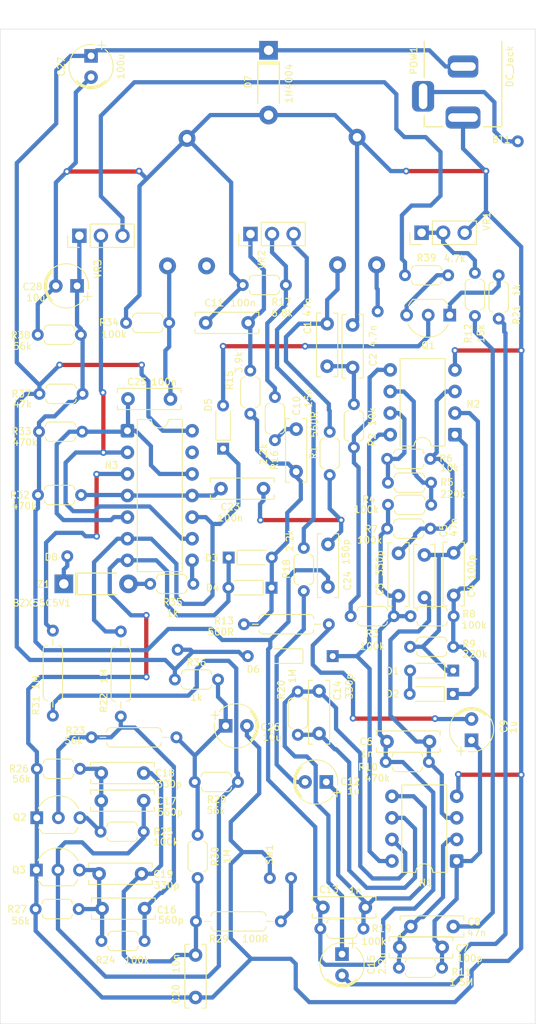
<source format=kicad_pcb>
(kicad_pcb (version 20241229) (generator "pcbnew") (generator_version "9.0")
  (layers (0 "F.Cu" signal) (2 "B.Cu" signal) (13 "F.Paste" user) (15 "B.Paste" user) (5 "F.SilkS" user "F.Silkscreen") (7 "B.SilkS" user "B.Silkscreen") (1 "F.Mask" user) (3 "B.Mask" user) (25 "Edge.Cuts" user))
  (net 0 "")
  (net 1 "Net-(BT1--)")
  (net 2 "Net-(BT1-+)")
  (net 3 "Net-(C1-Pad2)")
  (net 4 "Net-(C1-Pad1)")
  (net 5 "GND")
  (net 6 "Net-(N2A-+)")
  (net 7 "VB")
  (net 8 "Net-(D1-K)")
  (net 9 "Net-(D2-K)")
  (net 10 "Net-(N1A-+)")
  (net 11 "Net-(C7-Pad1)")
  (net 12 "Net-(N1A--)")
  (net 13 "Net-(C8-Pad2)")
  (net 14 "Net-(C9-Pad2)")
  (net 15 "Net-(C10-Pad1)")
  (net 16 "Net-(D3-A)")
  (net 17 "Net-(C11-Pad1)")
  (net 18 "Net-(C12-Pad2)")
  (net 19 "Net-(N1B-+)")
  (net 20 "Net-(C14-Pad1)")
  (net 21 "Net-(N1B--)")
  (net 22 "Net-(C15-Pad2)")
  (net 23 "Net-(Q3-B)")
  (net 24 "Net-(Q2-C)")
  (net 25 "Net-(Q3-C)")
  (net 26 "Net-(Q2-B)")
  (net 27 "Net-(C18-Pad2)")
  (net 28 "Net-(C23-Pad2)")
  (net 29 "BYPASS")
  (net 30 "Net-(C25-Pad1)")
  (net 31 "Net-(C25-Pad2)")
  (net 32 "Net-(C26-Pad1)")
  (net 33 "VCC")
  (net 35 "Net-(D1-A)")
  (net 36 "ON")
  (net 37 "Net-(D5-A)")
  (net 38 "VDD")
  (net 39 "Net-(D8-K)")
  (net 40 "Net-(N2B-+)")
  (net 41 "Net-(N2-Pad7)")
  (net 42 "Net-(N2B--)")
  (net 43 "Net-(N3-Pad2)")
  (net 44 "OFF")
  (net 46 "Net-(N3-Pad8)")
  (net 47 "Net-(Q1-D)")
  (net 48 "Net-(Q1-S)")
  (net 49 "Net-(R12-Pad2)")
  (net 50 "Net-(R16-Pad1)")
  (net 51 "Net-(R18-Pad2)")
  (net 52 "Net-(R29-Pad1)")
  (net 53 "Net-(Z1-A)")
  (net 54 "Net-(R39-Pad1)")
  (footprint "myFoot:my_R_P5.08mm_Horizontal" (layer "F.Cu") (at 6.8 -5.55 90)
    (property "Reference" "R1")
    (property "Value" "560R")
  )
  (footprint "myFoot:my_R_P5.08mm_Horizontal" (layer "F.Cu") (at -2.55 -17.84 -90)
    (property "Reference" "R15")
    (property "Value" "3.9k")
  )
  (footprint "Package_DIP:DIP-14_W7.62mm" (layer "F.Cu") (at -17.02 -10.76)
    (property "Reference" "N3")
    (property "Value" "HCF4007UBE")
  )
  (footprint "myFoot:my_C_Rect1_P5.00mm" (layer "F.Cu") (at -15.1 32.75 180)
    (property "Reference" "C17")
    (property "Value" "560p")
  )
  (footprint "myFoot:my_C_D5.0mm_P2.50mm" (layer "F.Cu") (at 8.25 50.8 -90)
    (property "Reference" "C15")
    (property "Value" "2.2u")
  )
  (footprint "myFoot:my_D_P5.08mm_Horizontal" (layer "F.Cu") (at 21.35 17.45 180)
    (property "Reference" "D1")
    (property "Value" "1N4148" (hide yes))
  )
  (footprint "myFoot:my_R_P5.08mm_Horizontal" (layer "F.Cu") (at -3.44 -27.9)
    (property "Reference" "R17")
    (property "Value" "6.8k")
  )
  (footprint "myFoot:my_R_P5.08mm_Horizontal" (layer "F.Cu") (at -22.75 45.5 180)
    (property "Reference" "R27")
    (property "Value" "56k")
  )
  (footprint "myFoot:my_C_Rect1_P5.00mm" (layer "F.Cu") (at 2.85 -10.95 -90)
    (property "Reference" "C10")
    (property "Value" "15n")
  )
  (footprint "myFoot:my_C_Rect1_P5.00mm" (layer "F.Cu") (at -11.95 -14.5 180)
    (property "Reference" "C25")
    (property "Value" "100n")
  )
  (footprint "myFoot:my_C_D5.0mm_P2.50mm" (layer "F.Cu") (at -5.45 23.950001)
    (property "Reference" "C26")
    (property "Value" "10u")
  )
  (footprint "myFoot:my_D_P7.62mm" (layer "F.Cu") (at -0.4 -55.51 -90)
    (property "Reference" "D7")
    (property "Value" "1N4004")
  )
  (footprint "myFoot:my_D_P5.08mm_Horizontal" (layer "F.Cu") (at -5.1 4.15)
    (property "Reference" "D3")
    (property "Value" "1N4148" (hide yes))
  )
  (footprint "myFoot:my_C_Rect1_P5.00mm" (layer "F.Cu") (at 5.55 19.85 -90)
    (property "Reference" "C14")
    (property "Value" "330p")
  )
  (footprint "myFoot:my_R_P5.08mm_Horizontal" (layer "F.Cu") (at -22.3 -15.1 180)
    (property "Reference" "R37")
    (property "Value" "47k")
  )
  (footprint "myFoot:my_R_P5.08mm_Horizontal" (layer "F.Cu") (at -20.08 49.25)
    (property "Reference" "R24")
    (property "Value" "100k")
  )
  (footprint "myFoot:my_R_P5.08mm_Horizontal" (layer "F.Cu") (at 26.7 -29.03 -90)
    (property "Reference" "R21")
    (property "Value" "1k")
  )
  (footprint "myFoot:my_R_P5.08mm_Horizontal" (layer "F.Cu") (at 13.66 -4.65)
    (property "Reference" "R5")
    (property "Value" "220k")
  )
  (footprint "myFoot:my_R_P5.08mm_Horizontal" (layer "F.Cu") (at 20.03 52.4 180)
    (property "Reference" "R11")
    (property "Value" "1.5M")
  )
  (footprint "myFoot:my_R_P5.08mm_Horizontal" (layer "F.Cu") (at -8.75 36.77 -90)
    (property "Reference" "R30")
    (property "Value" "1M")
  )
  (footprint "myFoot:my_C_Rect1_P5.00mm" (layer "F.Cu") (at 16.35 47.55)
    (property "Reference" "C8")
    (property "Value" "47n")
  )
  (footprint "myFoot:my_C_Rect1_P5.00mm" (layer "F.Cu") (at -20 45.45)
    (property "Reference" "C16")
    (property "Value" "560p")
  )
  (footprint "myFoot:my_R_P5.08mm_Horizontal" (layer "F.Cu") (at -12.1 -23.45 180)
    (property "Reference" "R34")
    (property "Value" "100k")
  )
  (footprint "myFoot:my_C_D5.0mm_P2.50mm" (layer "F.Cu") (at 23.5 25.65 90)
    (property "Reference" "C9")
    (property "Value" "1u")
  )
  (footprint "myFoot:my_R_P5.08mm_Horizontal" (layer "F.Cu") (at -9.09 30.55)
    (property "Reference" "R28")
    (property "Value" "56k")
  )
  (footprint "Package_DIP:DIP-8_W7.62mm" (layer "F.Cu") (at 21.55 -10.3 180)
    (property "Reference" "N2")
    (property "Value" "NJM4558")
  )
  (footprint "myFoot:my_C_Rect1_P5.00mm" (layer "F.Cu") (at 21.4 3.6 -90)
    (property "Reference" "C4")
    (property "Value" "100p")
  )
  (footprint "myFoot:my_R_P5.08mm_Horizontal" (layer "F.Cu") (at 21.4 11.05 180)
    (property "Reference" "R8")
    (property "Value" "100k")
  )
  (footprint "Package_TO_SOT_THT:TO-92_Inline_Wide" (layer "F.Cu") (at -27.74 40.91)
    (property "Reference" "Q3")
    (property "Value" "2SC1815-GR")
  )
  (footprint "myFoot:my_R_P10mm_Horizontal" (layer "F.Cu") (at -11.25 25.3 180)
    (property "Reference" "R23")
    (property "Value" "56k")
  )
  (footprint "myFoot:my_C_Rect1_P5.00mm" (layer "F.Cu") (at -6 -3.95)
    (property "Reference" "C23")
    (property "Value" "100n")
  )
  (footprint "myFoot:my_R_P5.08mm_Horizontal" (layer "F.Cu") (at 15.67 -29.05)
    (property "Reference" "R39")
    (property "Value" "4.7k")
  )
  (footprint "myFoot:my_C_Rect1_P5.00mm" (layer "F.Cu") (at 9.5 -18.2 90)
    (property "Reference" "C2")
    (property "Value" "4.7n")
  )
  (footprint "myFoot:my_conn" (layer "F.Cu") (at 28.95 -44.8)
    (property "Reference" "BT1")
    (property "Value" "006P")
  )
  (footprint "myFoot:my_R_P5.08mm_Horizontal" (layer "F.Cu") (at -22.35 -10.65 180)
    (property "Reference" "R33")
    (property "Value" "470k")
  )
  (footprint "myFoot:my_D_P7.62mm" (layer "F.Cu") (at -24.51 7.25)
    (property "Reference" "Z1")
    (property "Value" "BZX55C5V1")
  )
  (footprint "myFoot:my_R_P5.08mm_Horizontal" (layer "F.Cu") (at 18.65 -7.45 180)
    (property "Reference" "R6")
    (property "Value" "10k")
  )
  (footprint "myFoot:Audio_Jack_EX" (layer "F.Cu") (at -10 -45.15)
    (property "Reference" "CK2" (hide yes))
    (property "Value" "OUTPUT")
  )
  (footprint "myFoot:my_D_P5.08mm_Horizontal" (layer "F.Cu") (at 4.65 15.75 180)
    (property "Reference" "D6")
    (property "Value" "1N4148" (hide yes))
  )
  (footprint "myFoot:my_R_P10mm_Horizontal" (layer "F.Cu") (at 1.05 46.95 180)
    (property "Reference" "R29")
    (property "Value" "100R")
  )
  (footprint "myFoot:my_R_P5.08mm_Horizontal" (layer "F.Cu") (at 10.78 47.8 180)
    (property "Reference" "R19")
    (property "Value" "100k")
  )
  (footprint "myFoot:my_R_P5.08mm_Horizontal" (layer "F.Cu") (at 18.65 0.75 180)
    (property "Reference" "R7")
    (property "Value" "100k")
  )
  (footprint "myFoot:my_D_P5.08mm_Horizontal" (layer "F.Cu") (at -0.05 7.7 180)
    (property "Reference" "D4")
    (property "Value" "1N4148" (hide yes))
  )
  (footprint "myFoot:my_C_Rect1_P5.00mm" (layer "F.Cu") (at 6.5 -18.35 90)
    (property "Reference" "C1")
    (property "Value" "47n")
  )
  (footprint "myFoot:my_R_P5.08mm_Horizontal" (layer "F.Cu") (at -22.47 -3.2 180)
    (property "Reference" "R32")
    (property "Value" "470k")
  )
  (footprint "myFoot:my_R_P5.08mm_Horizontal" (layer "F.Cu") (at 3.75 8.1 90)
    (property "Reference" "R18")
    (property "Value" "2.2k")
  )
  (footprint "Connector_PinHeader_2.54mm:PinHeader_1x03_P2.54mm_Vertical" (layer "F.Cu") (at -2.53 -33.9 90)
    (property "Reference" "VR2")
    (property "Value" "25kB")
  )
  (footprint "myFoot:my_C_Rect1_P5.00mm" (layer "F.Cu") (at -20.1 29.5)
    (property "Reference" "C18")
    (property "Value" "330p")
  )
  (footprint "Package_DIP:DIP-8_W7.62mm" (layer "F.Cu") (at 21.75 39.85 180)
    (property "Reference" "N1")
    (property "Value" "NJM4558")
  )
  (footprint "myFoot:my_R_P10mm_Horizontal" (layer "F.Cu") (at -25.8 12.75 -90)
    (property "Reference" "R31")
    (property "Value" "1M")
  )
  (footprint "myFoot:my_R_P5.08mm_Horizontal" (layer "F.Cu") (at -6.35 18.5 180)
    (property "Reference" "R36")
    (property "Value" "1k")
  )
  (footprint "myFoot:my_R_P5.08mm_Horizontal" (layer "F.Cu") (at 16.27 14.65)
    (property "Reference" "R9")
    (property "Value" "220k")
  )
  (footprint "myFoot:my_R_P5.08mm_Horizontal" (layer "F.Cu") (at -22.6 29 180)
    (property "Reference" "R26")
    (property "Value" "56k")
  )
  (footprint "myFoot:my_C_Rect1_P5.00mm" (layer "F.Cu") (at 11 45.3 180)
    (property "Reference" "C13")
    (property "Value" "1n")
  )
  (footprint "myFoot:my_C_Rect1_P5.00mm" (layer "F.Cu") (at 6.6 2.6 -90)
    (property "Reference" "C24")
    (property "Value" "150p")
  )
  (footprint "myFoot:Audio_Jack_EX" (layer "F.Cu") (at 10.025 -45.275)
    (property "Reference" "CK1" (hide yes))
    (property "Value" "INPUT")
  )
  (footprint "Connector_PinHeader_2.54mm:PinHeader_1x03_P2.54mm_Vertical" (layer "F.Cu") (at 17.62 -34.05 90)
    (property "Reference" "VR1")
    (property "Value" "250kB")
  )
  (footprint "myFoot:my_C_Rect1_P5.00mm" (layer "F.Cu") (at -2.8 -23.45 180)
    (property "Reference" "C11")
    (property "Value" "100n")
  )
  (footprint "myFoot:my_C_Rect1_P5.00mm" (layer "F.Cu") (at -20.35 41.35)
    (property "Reference" "C19")
    (property "Value" "330p")
  )
  (footprint "myFoot:my_R_P5.08mm_Horizontal" (layer "F.Cu") (at 18.48 28.2 180)
    (property "Reference" "R10")
    (property "Value" "470k")
  )
  (footprint "myFoot:my_R_P5.08mm_Horizontal" (layer "F.Cu") (at 0.35 -14.73 -90)
    (property "Reference" "R16")
    (property "Value" "2.2k")
  )
  (footprint "myFoot:my_C_Rect1_P5.00mm" (layer "F.Cu") (at -9 50.9 -90)
    (property "Reference" "C20")
    (property "Value" "10n")
  )
  (footprint "myFoot:my_conn" (layer "F.Cu") (at 2.25 41.85 90)
    (property "Reference" "SW1")
    (property "Value" "SW_Push" (hide yes))
  )
  (footprint "myFoot:my_C_Rect1_P5.00mm" (layer "F.Cu") (at 14.9 3.65 -90)
    (property "Reference" "C3")
    (property "Value" "330p")
  )
  (footprint "myFoot:my_R_P5.08mm_Horizontal" (layer "F.Cu") (at 9.65 -8.8 90)
    (property "Reference" "R2")
    (property "Value" "10k")
  )
  (footprint "myFoot:my_C_D5.0mm_P2.50mm" (layer "F.Cu") (at -21.3 -54.85 -90)
    (property "Reference" "C27")
    (property "Value" "100u")
  )
  (footprint "myFoot:my_R_P10mm_Horizontal" (layer "F.Cu") (at -3.3 12)
    (property "Reference" "R13")
    (property "Value" "560R")
  )
  (footprint "Package_TO_SOT_THT:TO-92_Inline_Wide" (layer "F.Cu") (at -27.69 34.76)
    (property "Reference" "Q2")
    (property "Value" "2SC1815-GR")
  )
  (footprint "myFoot:my_DC_Jack" (layer "F.Cu") (at 22.5 -61.1 -90)
    (property "Reference" "POW1")
    (property "Value" "DC_Jack")
  )
  (footprint "myFoot:my_C_D5.0mm_P2.50mm" (layer "F.Cu") (at 6.4 30.55 180)
    (property "Reference" "C12")
    (property "Value" "1u")
  )
  (footprint "myFoot:my_D_P5.08mm_Horizontal" (layer "F.Cu") (at 21.3 20.2 180)
    (property "Reference" "D2")
    (property "Value" "1N4148" (hide yes))
  )
  (footprint "myFoot:my_R_P5.08mm_Horizontal" (layer "F.Cu") (at -15.1 36.4 180)
    (property "Reference" "R25")
    (property "Value" "100k")
  )
  (footprint "myFoot:my_R_P5.08mm_Horizontal" (layer "F.Cu") (at 9.27 11.05)
    (property "Reference" "R3")
    (property "Value" "100k")
  )
  (footprint "Package_TO_SOT_THT:TO-92_Inline_Wide" (layer "F.Cu") (at 20.94 -24.36 180)
    (property "Reference" "Q1")
    (property "Value" "2SK30ATM-Y")
  )
  (footprint "myFoot:my_R_P5.08mm_Horizontal" (layer "F.Cu") (at -22.5 -22.05 180)
    (property "Reference" "R38")
    (property "Value" "56k")
  )
  (footprint "myFoot:my_conn" (layer "F.Cu") (at -24.1 4)
    (property "Reference" "D8")
    (property "Value" "LED")
  )
  (footprint "myFoot:my_C_Rect1_P5.00mm" (layer "F.Cu") (at 20.05 50 180)
    (property "Reference" "C7")
    (property "Value" "100p")
  )
  (footprint "myFoot:my_C_D5.0mm_P2.50mm" (layer "F.Cu") (at -22.95 -27.8 180)
    (property "Reference" "C28")
    (property "Value" "10u")
  )
  (footprint "myFoot:my_C_Rect1_P5.00mm" (layer "F.Cu") (at 18.55 25.8 180)
    (property "Reference" "C6")
    (property "Value" "1n")
  )
  (footprint "myFoot:my_D_P5.08mm_Horizontal" (layer "F.Cu") (at -5.75 -8.65 90)
    (property "Reference" "D5")
    (property "Value" "1N4148" (hide yes))
  )
  (footprint "myFoot:my_R_P5.08mm_Horizontal" (layer "F.Cu") (at 3.05 19.92 -90)
    (property "Reference" "R20")
    (property "Value" "1M")
  )
  (footprint "Connector_PinHeader_2.54mm:PinHeader_1x03_P2.54mm_Vertical" (layer "F.Cu") (at -22.68 -33.7 90)
    (property "Reference" "VR3")
    (property "Value" "100kB")
  )
  (footprint "myFoot:my_R_P5.08mm_Horizontal" (layer "F.Cu") (at 23.9 -24.25 90)
    (property "Reference" "R12")
    (property "Value" "15k")
  )
  (footprint "myFoot:my_R_P5.08mm_Horizontal" (layer "F.Cu") (at -14.34 7.25)
    (property "Reference" "R35")
    (property "Value" "1k")
  )
  (footprint "myFoot:my_R_P5.08mm_Horizontal" (layer "F.Cu") (at 18.75 -2.05 180)
    (property "Reference" "R4")
    (property "Value" "100k")
  )
  (footprint "myFoot:my_C_Rect1_P5.00mm" (layer "F.Cu") (at 17.95 8.85 90)
    (property "Reference" "C5")
    (property "Value" "47n")
  )
  (footprint "myFoot:my_R_P10mm_Horizontal" (layer "F.Cu") (at -17.8 22.85 90)
    (property "Reference" "R22")
    (property "Value" "1M")
  )
  (gr_rect (start -32 -58) (end 31 59) (stroke (width 0.05)) (fill no) (layer "Edge.Cuts"))
  (segment (start 12.45 -24.8) (end 12.45 -27.4) (width 0.5) (layer "B.Cu") (net 1))
  (segment (start 12.325 -27.525) (end 12.325 -30.275) (width 0.5) (layer "B.Cu") (net 1))
  (segment (start 12.45 -27.4) (end 12.325 -27.525) (width 0.5) (layer "B.Cu") (net 1))
  (segment (start 18.25 -50.1) (end 18.75 -50.6) (width 0.5) (layer "B.Cu") (net 2))
  (segment (start 18.75 -50.6) (end 25 -50.6) (width 0.5) (layer "B.Cu") (net 2))
  (segment (start 17.8 -50.1) (end 18.25 -50.1) (width 0.5) (layer "B.Cu") (net 2))
  (segment (start 26.2 -49.4) (end 26.2 -46) (width 0.5) (layer "B.Cu") (net 2))
  (segment (start 27.4 -44.8) (end 28.95 -44.8) (width 0.5) (layer "B.Cu") (net 2))
  (segment (start 25 -50.6) (end 26.2 -49.4) (width 0.5) (layer "B.Cu") (net 2))
  (segment (start 26.2 -46) (end 27.4 -44.8) (width 0.5) (layer "B.Cu") (net 2))
  (segment (start 6.5 -23.35) (end 3.2 -23.35) (width 0.5) (layer "B.Cu") (net 3))
  (segment (start 1.65 -21.8) (end 1.65 -18.95) (width 0.5) (layer "B.Cu") (net 3))
  (segment (start 7.725 -30.275) (end 7.725 -27.375) (width 0.5) (layer "B.Cu") (net 3))
  (segment (start 6.7 -13.2) (end 6.8 -13.1) (width 0.5) (layer "B.Cu") (net 3))
  (segment (start 6.7 -13.9) (end 6.7 -13.2) (width 0.5) (layer "B.Cu") (net 3))
  (segment (start 3.2 -23.35) (end 1.65 -21.8) (width 0.5) (layer "B.Cu") (net 3))
  (segment (start 6.8 -13.1) (end 6.8 -10.63) (width 0.5) (layer "B.Cu") (net 3))
  (segment (start 6.5 -26.15) (end 6.5 -23.35) (width 0.5) (layer "B.Cu") (net 3))
  (segment (start 7.725 -27.375) (end 6.5 -26.15) (width 0.5) (layer "B.Cu") (net 3))
  (segment (start 1.65 -18.95) (end 6.7 -13.9) (width 0.5) (layer "B.Cu") (net 3))
  (segment (start 9.65 -18.05) (end 9.5 -18.2) (width 0.5) (layer "B.Cu") (net 4))
  (segment (start 6.5 -18.35) (end 9.35 -18.35) (width 0.5) (layer "B.Cu") (net 4))
  (segment (start 9.35 -18.35) (end 9.5 -18.2) (width 0.5) (layer "B.Cu") (net 4))
  (segment (start 9.65 -13.88) (end 9.65 -18.05) (width 0.5) (layer "B.Cu") (net 4))
  (segment (start -15.7 -41.25) (end -15.65 -41.3) (width 0.5) (layer "F.Cu") (net 5))
  (segment (start -14.8 10.95) (end -14.8 18.2) (width 0.5) (layer "F.Cu") (net 5))
  (segment (start 15.8 -41.3) (end 25.2 -41.3) (width 0.5) (layer "F.Cu") (net 5))
  (segment (start 22 29.7) (end 21.95 29.65) (width 0.5) (layer "F.Cu") (net 5))
  (segment (start -24.15 -41.25) (end -15.7 -41.25) (width 0.5) (layer "F.Cu") (net 5))
  (segment (start 21.55 -20.2) (end 29.35 -20.2) (width 0.5) (layer "F.Cu") (net 5))
  (segment (start 29.35 29.7) (end 22 29.7) (width 0.5) (layer "F.Cu") (net 5))
  (via (at 15.8 -41.3) (size 0.8) (drill 0.4) (layers "F.Cu" "B.Cu") (net 5))
  (via (at -14.8 18.2) (size 0.8) (drill 0.4) (layers "F.Cu" "B.Cu") (net 5))
  (via (at 21.55 -20.2) (size 0.8) (drill 0.4) (layers "F.Cu" "B.Cu") (net 5))
  (via (at 21.95 29.65) (size 0.8) (drill 0.4) (layers "F.Cu" "B.Cu") (net 5))
  (via (at -24.15 -41.25) (size 0.8) (drill 0.4) (layers "F.Cu" "B.Cu") (net 5))
  (via (at -15.65 -41.3) (size 0.8) (drill 0.4) (layers "F.Cu" "B.Cu") (net 5))
  (via (at 29.35 29.7) (size 0.8) (drill 0.4) (layers "F.Cu" "B.Cu") (net 5))
  (via (at 25.2 -41.3) (size 0.8) (drill 0.4) (layers "F.Cu" "B.Cu") (net 5))
  (via (at -14.8 10.95) (size 0.8) (drill 0.4) (layers "F.Cu" "B.Cu") (net 5))
  (via (at 29.35 -20.2) (size 0.8) (drill 0.4) (layers "F.Cu" "B.Cu") (net 5))
  (segment (start 21.95 29.65) (end 21.95 32.03) (width 0.5) (layer "B.Cu") (net 5))
  (segment (start -3.44 -27.9) (end -4.8 -29.26) (width 0.5) (layer "B.Cu") (net 5))
  (segment (start 23.5 52.75) (end 23.5 54.5) (width 0.5) (layer "B.Cu") (net 5))
  (segment (start -28.7 26) (end -28.7 19.65) (width 0.5) (layer "B.Cu") (net 5))
  (segment (start 21.55 -17.92) (end 21.55 -20.2) (width 0.5) (layer "B.Cu") (net 5))
  (segment (start -21.3 -52.35) (end -23.1 -50.55) (width 0.5) (layer "B.Cu") (net 5))
  (segment (start -4.85 48.95) (end -2.45 51.35) (width 0.5) (layer "B.Cu") (net 5))
  (segment (start -15.65 -41.3) (end -14.775 -40.425) (width 0.5) (layer "B.Cu") (net 5))
  (segment (start -24.15 -41.25) (end -25.45 -39.95) (width 0.5) (layer "B.Cu") (net 5))
  (segment (start 2.8 51.95) (end 2.2 51.35) (width 0.5) (layer "B.Cu") (net 5))
  (segment (start -12.35 9.75) (end -12.35 5.75) (width 0.5) (layer "B.Cu") (net 5))
  (segment (start -27.68 27.02) (end -28.7 26) (width 0.5) (layer "B.Cu") (net 5))
  (segment (start -7 55.9) (end -9 55.9) (width 0.5) (layer "B.Cu") (net 5))
  (segment (start -27.58 -25.67) (end -25.45 -27.8) (width 0.5) (layer "B.Cu") (net 5))
  (segment (start -14.775 -40.375) (end -10 -45.15) (width 0.5) (layer "B.Cu") (net 5))
  (segment (start -1.15 38.8) (end -3.45 38.8) (width 0.5) (layer "B.Cu") (net 5))
  (segment (start -4.8 -29.26) (end -4.8 -39.95) (width 0.5) (layer "B.Cu") (net 5))
  (segment (start -5.1 7.67) (end -5.13 7.7) (width 0.5) (layer "B.Cu") (net 5))
  (segment (start -15.6 -26.7) (end -15.6 -39.55) (width 0.5) (layer "B.Cu") (net 5))
  (segment (start -4.8 -39.95) (end -10 -45.15) (width 0.5) (layer "B.Cu") (net 5))
  (segment (start 22.5 -43.95) (end 22.5 -47.6) (width 0.5) (layer "B.Cu") (net 5))
  (segment (start -19.1 8.45) (end -16.6 10.95) (width 0.5) (layer "B.Cu") (net 5))
  (segment (start 25.15 -41.3) (end 22.5 -43.95) (width 0.5) (layer "B.Cu") (net 5))
  (segment (start -13.62 4.48) (end -17.02 4.48) (width 0.5) (layer "B.Cu") (net 5))
  (segment (start -27.68 29) (end -27.68 34.75) (width 0.5) (layer "B.Cu") (net 5))
  (segment (start -5.1 4.15) (end -5.1 7.67) (width 0.5) (layer "B.Cu") (net 5))
  (segment (start -3.44 -27.81) (end -3.44 -27.9) (width 0.5) (layer "B.Cu") (net 5))
  (segment (start -17.18 -25.12) (end -15.6 -26.7) (width 0.5) (layer "B.Cu") (net 5))
  (segment (start -27.74 40.91) (end -27.74 45.41) (width 0.5) (layer "B.Cu") (net 5))
  (segment (start 10.025 -23.725) (end 9.5 -23.2) (width 0.5) (layer "B.Cu") (net 5))
  (segment (start 24.65 51.6) (end 23.5 52.75) (width 0.5) (layer "B.Cu") (net 5))
  (segment (start -6.8 10.95) (end -11.15 10.95) (width 0.5) (layer "B.Cu") (net 5))
  (segment (start -17.18 -23.45) (end -17.18 -25.12) (width 0.5) (layer "B.Cu") (net 5))
  (segment (start -5.13 7.7) (end -5.13 9.28) (width 0.5) (layer "B.Cu") (net 5))
  (segment (start -14.775 -40.425) (end -14.775 -40.375) (width 0.5) (layer "B.Cu") (net 5))
  (segment (start -23.1 -42.3) (end -24.15 -41.25) (width 0.5) (layer "B.Cu") (net 5))
  (segment (start -19.1 5.45) (end -19.1 8.45) (width 0.5) (layer "B.Cu") (net 5))
  (segment (start -7.8 -23.45) (end -3.44 -27.81) (width 0.5) (layer "B.Cu") (net 5))
  (segment (start 29.35 29.7) (end 29.35 50.1) (width 0.5) (layer "B.Cu") (net 5))
  (segment (start 14 -41.3) (end 15.8 -41.3) (width 0.5) (layer "B.Cu") (net 5))
  (segment (start 23.5 54.5) (end 21.55 56.45) (width 0.5) (layer "B.Cu") (net 5))
  (segment (start -4.85 37.4) (end -3.45 38.8) (width 0.5) (layer "B.Cu") (net 5))
  (segment (start -2.95 23.950001) (end -2.95 25.1) (width 0.5) (layer "B.Cu") (net 5))
  (segment (start -20 55.9) (end -9 55.9) (width 0.5) (layer "B.Cu") (net 5))
  (segment (start -17.02 4.48) (end -18.13 4.48) (width 0.5) (layer "B.Cu") (net 5))
  (segment (start -27.83 45.5) (end -27.83 48.07) (width 0.5) (layer "B.Cu") (net 5))
  (segment (start -0.25 39.7) (end -1.15 38.8) (width 0.5) (layer "B.Cu") (net 5))
  (segment (start 29.35 -20.2) (end 29.35 29.7) (width 0.5) (layer "B.Cu") (net 5))
  (segment (start -23.1 -50.55) (end -23.1 -42.3) (width 0.5) (layer "B.Cu") (net 5))
  (segment (start -11.15 10.95) (end -12.35 9.75) (width 0.5) (layer "B.Cu") (net 5))
  (segment (start -16.6 10.95) (end -14.8 10.95) (width 0.5) (layer "B.Cu") (net 5))
  (segment (start -27.69 34.76) (end -27.69 40.86) (width 0.5) (layer "B.Cu") (net 5))
  (segment (start 4.4 56.45) (end 2.8 54.85) (width 0.5) (layer "B.Cu") (net 5))
  (segment (start 7.41 -47.89) (end 10.025 -45.275) (width 0.5) (layer "B.Cu") (net 5))
  (segment (start 10.025 -45.275) (end 10.025 -23.725) (width 0.5) (layer "B.Cu") (net 5))
  (segment (start 25.2 -41.3) (end 25.15 -41.3) (width 0.5) (layer "B.Cu") (net 5))
  (segment (start -12.35 5.75) (end -13.62 4.48) (width 0.5) (layer "B.Cu") (net 5))
  (segment (start 21.55 56.45) (end 4.4 56.45) (width 0.5) (layer "B.Cu") (net 5))
  (segment (start -27.69 40.86) (end -27.74 40.91) (width 0.5) (layer "B.Cu") (net 5))
  (segment (start -5.13 9.28) (end -6.8 10.95) (width 0.5) (layer "B.Cu") (net 5))
  (segment (start -2.95 25.1) (end -1.5 26.55) (width 0.5) (layer "B.Cu") (net 5))
  (segment (start 25.2 -36.55) (end 22.7 -34.05) (width 0.5) (layer "B.Cu") (net 5))
  (segment (start -7.26 -47.89) (end -0.4 -47.89) (width 0.5) (layer "B.Cu") (net 5))
  (segment (start -28.7 19.65) (end -27.25 18.2) (width 0.5) (layer "B.Cu") (net 5))
  (segment (start -4.85 40.2) (end -4.85 48.95) (width 0.5) (layer "B.Cu") (net 5))
  (segment (start 21.95 32.03) (end 21.75 32.23) (width 0.5) (layer "B.Cu") (net 5))
  (segment (start -2.45 51.35) (end -7 55.9) (width 0.5) (layer "B.Cu") (net 5))
  (segment (start -27.68 29) (end -27.68 27.02) (width 0.5) (layer "B.Cu") (net 5))
  (segment (start -3.45 38.8) (end -4.85 40.2) (width 0.5) (layer "B.Cu") (net 5))
  (segment (start 2.8 54.85) (end 2.8 51.95) (width 0.5) (layer "B.Cu") (net 5))
  (segment (start 10.025 -45.275) (end 14 -41.3) (width 0.5) (layer "B.Cu") (net 5))
  (segment (start 27.85 51.6) (end 24.65 51.6) (width 0.5) (layer "B.Cu") (net 5))
  (segment (start -10 -45.15) (end -7.26 -47.89) (width 0.5) (layer "B.Cu") (net 5))
  (segment (start -1.5 26.55) (end -1.5 31.9) (width 0.5) (layer "B.Cu") (net 5))
  (segment (start 2.2 51.35) (end -2.45 51.35) (width 0.5) (layer "B.Cu") (net 5))
  (segment (start -25.45 -39.95) (end -25.45 -27.8) (width 0.5) (layer "B.Cu") (net 5))
  (segment (start 25.2 -41.3) (end 25.2 -36.55) (width 0.5) (layer "B.Cu") (net 5))
  (segment (start -27.83 48.07) (end -20 55.9) (width 0.5) (layer "B.Cu") (net 5))
  (segment (start -19.1 5.45) (end -18.13 4.48) (width 0.5) (layer "B.Cu") (net 5))
  (segment (start -15.6 -39.55) (end -14.775 -40.375) (width 0.5) (layer "B.Cu") (net 5))
  (segment (start -27.58 -22.05) (end -27.58 -25.67) (width 0.5) (layer "B.Cu") (net 5))
  (segment (start -27.74 45.41) (end -27.83 45.5) (width 0.5) (layer "B.Cu") (net 5))
  (segment (start -4.85 35.25) (end -4.85 37.4) (width 0.5) (layer "B.Cu") (net 5))
  (segment (start -0.25 41.85) (end -0.25 39.7) (width 0.5) (layer "B.Cu") (net 5))
  (segment (start -0.4 -47.89) (end 7.41 -47.89) (width 0.5) (layer "B.Cu") (net 5))
  (segment (start 29.35 -32.4) (end 29.35 -20.2) (width 0.5) (layer "B.Cu") (net 5))
  (segment (start -27.25 18.2) (end -14.8 18.2) (width 0.5) (layer "B.Cu") (net 5))
  (segment (start 29.35 50.1) (end 27.85 51.6) (width 0.5) (layer "B.Cu") (net 5))
  (segment (start -1.5 31.9) (end -4.85 35.25) (width 0.5) (layer "B.Cu") (net 5))
  (segment (start 25.2 -36.55) (end 29.35 -32.4) (width 0.5) (layer "B.Cu") (net 5))
  (segment (start -27.68 34.75) (end -27.69 34.76) (width 0.5) (layer "B.Cu") (net 5))
  (segment (start 18.65 0.75) (end 17.5 0.75) (width 0.5) (layer "B.Cu") (net 6))
  (segment (start 16.85 1.4) (end 16.85 1.7) (width 0.5) (layer "B.Cu") (net 6))
  (segment (start 19.7 -7.45) (end 21.25 -5.9) (width 0.5) (layer "B.Cu") (net 6))
  (segment (start 18.65 -7.45) (end 19.4 -8.2) (width 0.5) (layer "B.Cu") (net 6))
  (segment (start 21.25 -0.3) (end 20.2 0.75) (width 0.5) (layer "B.Cu") (net 6))
  (segment (start 16.85 1.7) (end 14.9 3.65) (width 0.5) (layer "B.Cu") (net 6))
  (segment (start 21.25 -5.9) (end 21.25 -0.3) (width 0.5) (layer "B.Cu") (net 6))
  (segment (start 19.4 -8.2) (end 19.4 -14.3) (width 0.5) (layer "B.Cu") (net 6))
  (segment (start 20.2 0.75) (end 18.65 0.75) (width 0.5) (layer "B.Cu") (net 6))
  (segment (start 18.65 -7.45) (end 19.7 -7.45) (width 0.5) (layer "B.Cu") (net 6))
  (segment (start 19.4 -14.3) (end 20.48 -15.38) (width 0.5) (layer "B.Cu") (net 6))
  (segment (start 20.48 -15.38) (end 21.55 -15.38) (width 0.5) (layer "B.Cu") (net 6))
  (segment (start 17.5 0.75) (end 16.85 1.4) (width 0.5) (layer "B.Cu") (net 6))
  (segment (start 13.67 -2.05) (end 13.67 0.65) (width 0.5) (layer "B.Cu") (net 7))
  (segment (start -26.85 15.05) (end -14.7 15.05) (width 0.5) (layer "B.Cu") (net 7))
  (segment (start -27.43 -10.65) (end -27.43 -11.72) (width 0.5) (layer "B.Cu") (net 7))
  (segment (start 13.4 25.95) (end 13.55 25.8) (width 0.5) (layer "B.Cu") (net 7))
  (segment (start -22.5 -22.75) (end -22.5 -22.05) (width 0.5) (layer "B.Cu") (net 7))
  (segment (start -12.2 12.55) (end -7.15 12.55) (width 0.5) (layer "B.Cu") (net 7))
  (segment (start -27.43 -10.65) (end -27.43 -3.32) (width 0.5) (layer "B.Cu") (net 7))
  (segment (start 12.7 24.95) (end 12.7 12.7) (width 0.5) (layer "B.Cu") (net 7))
  (segment (start -27.85 -1.35) (end -27.85 14.05) (width 0.5) (layer "B.Cu") (net 7))
  (segment (start 14.4 45.45) (end 16.8 45.45) (width 0.5) (layer "B.Cu") (net 7))
  (segment (start 12.25 52.05) (end 13.1 51.2) (width 0.5) (layer "B.Cu") (net 7))
  (segment (start 1.95 6.45) (end 2.75 5.65) (width 0.5) (layer "B.Cu") (net 7))
  (segment (start 14.35 9.2) (end 14.9 8.65) (width 0.5) (layer "B.Cu") (net 7))
  (segment (start 5.1 35.85) (end 5.1 44.4) (width 0.5) (layer "B.Cu") (net 7))
  (segment (start 19 31.8) (end 15.4 28.2) (width 0.5) (layer "B.Cu") (net 7))
  (segment (start 5.7 47.8) (end 5.7 45.6) (width 0.5) (layer "B.Cu") (net 7))
  (segment (start 6.6 6.45) (end 6.6 7.6) (width 0.5) (layer "B.Cu") (net 7))
  (segment (start -22.95 -27.8) (end -22.95 -23.2) (width 0.5) (layer "B.Cu") (net 7))
  (segment (start 13.57 0.78) (end 12.8 1.55) (width 0.5) (layer "B.Cu") (net 7))
  (segment (start 13.4 28.2) (end 13.4 25.95) (width 0.5) (layer "B.Cu") (net 7))
  (segment (start 1.95 11.7) (end 1.95 6.45) (width 0.5) (layer "B.Cu") (net 7))
  (segment (start 12.8 1.55) (end 12.8 7.7) (width 0.5) (layer "B.Cu") (net 7))
  (segment (start -0.2 13.85) (end -0.2 14.7) (width 0.5) (layer "B.Cu") (net 7))
  (segment (start 13.67 0.65) (end 13.57 0.75) (width 0.5) (layer "B.Cu") (net 7))
  (segment (start -5.85 13.85) (end -0.2 13.85) (width 0.5) (layer "B.Cu") (net 7))
  (segment (start 5.7 45.6) (end 6 45.3) (width 0.5) (layer "B.Cu") (net 7))
  (segment (start -23.9 -14.15) (end -23.25 -14.15) (width 0.5) (layer "B.Cu") (net 7))
  (segment (start -25.6 -12.45) (end -23.9 -14.15) (width 0.5) (layer "B.Cu") (net 7))
  (segment (start -23.25 -14.15) (end -22.3 -15.1) (width 0.5) (layer "B.Cu") (net 7))
  (segment (start -22.3 -15.1) (end -22.3 -21.85) (width 0.5) (layer "B.Cu") (net 7))
  (segment (start -26.7 -12.45) (end -25.6 -12.45) (width 0.5) (layer "B.Cu") (net 7))
  (segment (start -27.43 -3.32) (end -27.55 -3.2) (width 0.5) (layer "B.Cu") (net 7))
  (segment (start 12.8 7.7) (end 13.75 8.65) (width 0.5) (layer "B.Cu") (net 7))
  (segment (start -22.68 -33.7) (end -22.68 -28.07) (width 0.5) (layer "B.Cu") (net 7))
  (segment (start -0.45 30.3) (end 5.1 35.85) (width 0.5) (layer "B.Cu") (net 7))
  (segment (start 13.1 46.75) (end 14.4 45.45) (width 0.5) (layer "B.Cu") (net 7))
  (segment (start 14.35 11.05) (end 16.32 11.05) (width 0.5) (layer "B.Cu") (net 7))
  (segment (start -14.7 15.05) (end -12.2 12.55) (width 0.5) (layer "B.Cu") (net 7))
  (segment (start -27.55 -1.65) (end -27.85 -1.35) (width 0.5) (layer "B.Cu") (net 7))
  (segment (start 13.75 8.65) (end 14.9 8.65) (width 0.5) (layer "B.Cu") (net 7))
  (segment (start 13.55 25.8) (end 12.7 24.95) (width 0.5) (layer "B.Cu") (net 7))
  (segment (start 5.8 5.65) (end 6.6 6.45) (width 0.5) (layer "B.Cu") (net 7))
  (segment (start 16.8 45.45) (end 19 43.25) (width 0.5) (layer "B.Cu") (net 7))
  (segment (start 13.57 0.75) (end 13.57 0.78) (width 0.5) (layer "B.Cu") (net 7))
  (segment (start 12.7 12.7) (end 14.35 11.05) (width 0.5) (layer "B.Cu") (net 7))
  (segment (start -27.55 -3.2) (end -27.55 -1.65) (width 0.5) (layer "B.Cu") (net 7))
  (segment (start -27.43 -11.72) (end -26.7 -12.45) (width 0.5) (layer "B.Cu") (net 7))
  (segment (start 5.1 44.4) (end 6 45.3) (width 0.5) (layer "B.Cu") (net 7))
  (segment (start -0.2 13.85) (end 1.95 11.7) (width 0.5) (layer "B.Cu") (net 7))
  (segment (start 5.7 47.8) (end 5.7 51.5) (width 0.5) (layer "B.Cu") (net 7))
  (segment (start 19 43.25) (end 19 31.8) (width 0.5) (layer "B.Cu") (net 7))
  (segment (start -27.85 14.05) (end -26.85 15.05) (width 0.5) (layer "B.Cu") (net 7))
  (segment (start -22.68 -28.07) (end -22.95 -27.8) (width 0.5) (layer "B.Cu") (net 7))
  (segment (start -0.2 14.7) (end -0.45 14.95) (width 0.5) (layer "B.Cu") (net 7))
  (segment (start -22.95 -23.2) (end -22.5 -22.75) (width 0.5) (layer "B.Cu") (net 7))
  (segment (start -7.15 12.55) (end -5.85 13.85) (width 0.5) (layer "B.Cu") (net 7))
  (segment (start 2.75 5.65) (end 5.8 5.65) (width 0.5) (layer "B.Cu") (net 7))
  (segment (start 6.25 52.05) (end 12.25 52.05) (width 0.5) (layer "B.Cu") (net 7))
  (segment (start 5.7 51.5) (end 6.25 52.05) (width 0.5) (layer "B.Cu") (net 7))
  (segment (start 15.4 28.2) (end 13.4 28.2) (width 0.5) (layer "B.Cu") (net 7))
  (segment (start -22.3 -21.85) (end -22.5 -22.05) (width 0.5) (layer "B.Cu") (net 7))
  (segment (start -0.45 14.95) (end -0.45 30.3) (width 0.5) (layer "B.Cu") (net 7))
  (segment (start 13.1 51.2) (end 13.1 46.75) (width 0.5) (layer "B.Cu") (net 7))
  (segment (start 14.35 11.05) (end 14.35 9.2) (width 0.5) (layer "B.Cu") (net 7))
  (segment (start 21.4 3.6) (end 22.8 2.2) (width 0.5) (layer "B.Cu") (net 8))
  (segment (start 19.65 3.85) (end 21.15 3.85) (width 0.5) (layer "B.Cu") (net 8))
  (segment (start 21.35 17.45) (end 20.55 17.45) (width 0.5) (layer "B.Cu") (net 8))
  (segment (start 20.55 17.45) (end 17.75 14.65) (width 0.5) (layer "B.Cu") (net 8))
  (segment (start 22.8 2.2) (end 22.8 -9.05) (width 0.5) (layer "B.Cu") (net 8))
  (segment (start 19.65 12.75) (end 19.65 3.85) (width 0.5) (layer "B.Cu") (net 8))
  (segment (start 17.75 14.65) (end 19.65 12.75) (width 0.5) (layer "B.Cu") (net 8))
  (segment (start 21.15 3.85) (end 21.4 3.6) (width 0.5) (layer "B.Cu") (net 8))
  (segment (start 22.8 -9.05) (end 21.55 -10.3) (width 0.5) (layer "B.Cu") (net 8))
  (segment (start 16.27 14.65) (end 17.75 14.65) (width 0.5) (layer "B.Cu") (net 8))
  (segment (start 17.95 3.85) (end 19.65 3.85) (width 0.5) (layer "B.Cu") (net 8))
  (segment (start 23.26 -12.84) (end 24.25 -11.85) (width 0.5) (layer "B.Cu") (net 9))
  (segment (start 21.35 14.65) (end 21.35 11.1) (width 0.5) (layer "B.Cu") (net 9))
  (segment (start 23.35 20.2) (end 24.1 19.45) (width 0.5) (layer "B.Cu") (net 9))
  (segment (start 22.4 14.65) (end 21.35 14.65) (width 0.5) (layer "B.Cu") (net 9))
  (segment (start 21.55 -12.84) (end 23.26 -12.84) (width 0.5) (layer "B.Cu") (net 9))
  (segment (start 21.4 8.6) (end 21.4 11.05) (width 0.5) (layer "B.Cu") (net 9))
  (segment (start 21.35 11.1) (end 21.4 11.05) (width 0.5) (layer "B.Cu") (net 9))
  (segment (start 23.1 7.8) (end 22.199999 7.800001) (width 0.5) (layer "B.Cu") (net 9))
  (segment (start 24.25 6.65) (end 23.1 7.8) (width 0.5) (layer "B.Cu") (net 9))
  (segment (start 21.3 20.2) (end 23.35 20.2) (width 0.5) (layer "B.Cu") (net 9))
  (segment (start 22.199999 7.800001) (end 21.4 8.6) (width 0.5) (layer "B.Cu") (net 9))
  (segment (start 24.1 19.45) (end 24.1 16.35) (width 0.5) (layer "B.Cu") (net 9))
  (segment (start 24.1 16.35) (end 22.4 14.65) (width 0.5) (layer "B.Cu") (net 9))
  (segment (start 24.25 -11.85) (end 24.25 6.65) (width 0.5) (layer "B.Cu") (net 9))
  (segment (start 20 34.2) (end 20.57 34.77) (width 0.5) (layer "B.Cu") (net 10))
  (segment (start 18.5 11.6) (end 18.5 9.4) (width 0.5) (layer "B.Cu") (net 10))
  (segment (start 18.55 25.8) (end 17 25.8) (width 0.5) (layer "B.Cu") (net 10))
  (segment (start 17 25.8) (end 13.95 22.75) (width 0.5) (layer "B.Cu") (net 10))
  (segment (start 13.95 22.75) (end 13.95 13.85) (width 0.5) (layer "B.Cu") (net 10))
  (segment (start 18.48 28.2) (end 20 29.72) (width 0.5) (layer "B.Cu") (net 10))
  (segment (start 18.48 25.87) (end 18.55 25.8) (width 0.5) (layer "B.Cu") (net 10))
  (segment (start 20.57 34.77) (end 21.75 34.77) (width 0.5) (layer "B.Cu") (net 10))
  (segment (start 18.5 9.4) (end 17.95 8.85) (width 0.5) (layer "B.Cu") (net 10))
  (segment (start 14.95 12.85) (end 17.25 12.85) (width 0.5) (layer "B.Cu") (net 10))
  (segment (start 18.48 28.2) (end 18.48 25.87) (width 0.5) (layer "B.Cu") (net 10))
  (segment (start 20 29.72) (end 20 34.2) (width 0.5) (layer "B.Cu") (net 10))
  (segment (start 17.25 12.85) (end 18.5 11.6) (width 0.5) (layer "B.Cu") (net 10))
  (segment (start 13.95 13.85) (end 14.95 12.85) (width 0.5) (layer "B.Cu") (net 10))
  (segment (start 20.03 52.4) (end 20.03 50.02) (width 0.5) (layer "B.Cu") (net 11))
  (segment (start 24.5 26.8) (end 23.5 25.8) (width 0.5) (layer "B.Cu") (net 11))
  (segment (start 21.75 39.85) (end 23.5 39.85) (width 0.5) (layer "B.Cu") (net 11))
  (segment (start 19.15 46.9) (end 21.75 44.3) (width 0.5) (layer "B.Cu") (net 11))
  (segment (start 19.15 49.1) (end 19.15 46.9) (width 0.5) (layer "B.Cu") (net 11))
  (segment (start 20.03 50.02) (end 20.05 50) (width 0.5) (layer "B.Cu") (net 11))
  (segment (start 23.5 39.85) (end 24.5 38.85) (width 0.5) (layer "B.Cu") (net 11))
  (segment (start 24.5 38.85) (end 24.5 26.8) (width 0.5) (layer "B.Cu") (net 11))
  (segment (start 21.75 44.3) (end 21.75 39.85) (width 0.5) (layer "B.Cu") (net 11))
  (segment (start 23.5 25.8) (end 23.5 25.65) (width 0.5) (layer "B.Cu") (net 11))
  (segment (start 20.05 50) (end 19.15 49.1) (width 0.5) (layer "B.Cu") (net 11))
  (segment (start 16.35 47.55) (end 17.45 46.45) (width 0.5) (layer "B.Cu") (net 12))
  (segment (start 20.15 44.1) (end 20.15 38.05) (width 0.5) (layer "B.Cu") (net 12))
  (segment (start 20.89 37.31) (end 21.75 37.31) (width 0.5) (layer "B.Cu") (net 12))
  (segment (start 20.15 38.05) (end 20.89 37.31) (width 0.5) (layer "B.Cu") (net 12))
  (segment (start 15.05 50) (end 15.05 51.15) (width 0.5) (layer "B.Cu") (net 12))
  (segment (start 15.05 51.15) (end 14.95 51.25) (width 0.5) (layer "B.Cu") (net 12))
  (segment (start 15.05 48.85) (end 16.35 47.55) (width 0.5) (layer "B.Cu") (net 12))
  (segment (start 17.45 46.45) (end 17.8 46.45) (width 0.5) (layer "B.Cu") (net 12))
  (segment (start 17.8 46.45) (end 20.15 44.1) (width 0.5) (layer "B.Cu") (net 12))
  (segment (start 14.95 52.4) (end 14.95 51.25) (width 0.5) (layer "B.Cu") (net 12))
  (segment (start 15.05 50) (end 15.05 48.85) (width 0.5) (layer "B.Cu") (net 12))
  (segment (start 26 -20.3) (end 26 45.9) (width 0.5) (layer "B.Cu") (net 13))
  (segment (start 26 45.9) (end 24.35 47.55) (width 0.5) (layer "B.Cu") (net 13))
  (segment (start 23.9 -24.25) (end 23.9 -22.4) (width 0.5) (layer "B.Cu") (net 13))
  (segment (start 24.35 47.55) (end 21.35 47.55) (width 0.5) (layer "B.Cu") (net 13))
  (segment (start 23.9 -22.4) (end 26 -20.3) (width 0.5) (layer "B.Cu") (net 13))
  (segment (start 9.6 23.1) (end 9.55 23.05) (width 0.5) (layer "F.Cu") (net 14))
  (segment (start 19.2 23.1) (end 9.6 23.1) (width 0.5) (layer "F.Cu") (net 14))
  (via (at 9.55 23.05) (size 0.8) (drill 0.4) (layers "F.Cu" "B.Cu") (net 14))
  (via (at 19.2 23.1) (size 0.8) (drill 0.4) (layers "F.Cu" "B.Cu") (net 14))
  (segment (start 4.8 16.75) (end 5.75 17.7) (width 0.5) (layer "B.Cu") (net 14))
  (segment (start 6.7 12.6) (end 4.8 14.5) (width 0.5) (layer "B.Cu") (net 14))
  (segment (start 19.25 23.15) (end 19.2 23.1) (width 0.5) (layer "B.Cu") (net 14))
  (segment (start 23.5 23.15) (end 19.25 23.15) (width 0.5) (layer "B.Cu") (net 14))
  (segment (start 6.7 12) (end 6.7 12.6) (width 0.5) (layer "B.Cu") (net 14))
  (segment (start 4.8 14.5) (end 4.8 16.75) (width 0.5) (layer "B.Cu") (net 14))
  (segment (start 8.35 17.7) (end 9.55 18.9) (width 0.5) (layer "B.Cu") (net 14))
  (segment (start 9.55 18.9) (end 9.55 23.05) (width 0.5) (layer "B.Cu") (net 14))
  (segment (start 5.75 17.7) (end 8.35 17.7) (width 0.5) (layer "B.Cu") (net 14))
  (segment (start 1.65 -10.95) (end 0.35 -9.65) (width 0.5) (layer "B.Cu") (net 15))
  (segment (start 2.85 -10.95) (end 1.65 -10.95) (width 0.5) (layer "B.Cu") (net 15))
  (segment (start -1.6 12) (end -0.05 10.45) (width 0.5) (layer "B.Cu") (net 16))
  (segment (start 2.85 -5.35) (end 3.4 -4.8) (width 0.5) (layer "B.Cu") (net 16))
  (segment (start 2.85 -5.95) (end 2.85 -5.35) (width 0.5) (layer "B.Cu") (net 16))
  (segment (start -2.55 -12.76) (end -1.75 -11.96) (width 0.5) (layer "B.Cu") (net 16))
  (segment (start -1.75 -8.5) (end -0.15 -6.9) (width 0.5) (layer "B.Cu") (net 16))
  (segment (start 1.8 -1.1) (end 1.8 2.33) (width 0.5) (layer "B.Cu") (net 16))
  (segment (start -0.15 -6.9) (end 1.9 -6.9) (width 0.5) (layer "B.Cu") (net 16))
  (segment (start -0.02 7.67) (end -0.05 7.7) (width 0.5) (layer "B.Cu") (net 16))
  (segment (start -3.3 12) (end -1.6 12) (width 0.5) (layer "B.Cu") (net 16))
  (segment (start -0.05 10.45) (end -0.05 7.7) (width 0.5) (layer "B.Cu") (net 16))
  (segment (start -1.75 -11.96) (end -1.75 -8.5) (width 0.5) (layer "B.Cu") (net 16))
  (segment (start 1.9 -6.9) (end 2.85 -5.95) (width 0.5) (layer "B.Cu") (net 16))
  (segment (start 1.8 2.33) (end -0.02 4.15) (width 0.5) (layer "B.Cu") (net 16))
  (segment (start -0.02 4.15) (end -0.02 7.67) (width 0.5) (layer "B.Cu") (net 16))
  (segment (start 3.4 -2.7) (end 1.8 -1.1) (width 0.5) (layer "B.Cu") (net 16))
  (segment (start 3.4 -4.8) (end 3.4 -2.7) (width 0.5) (layer "B.Cu") (net 16))
  (segment (start -2.55 -23.2) (end -2.8 -23.45) (width 0.5) (layer "B.Cu") (net 17))
  (segment (start -2.53 -33.9) (end -2.53 -31.23) (width 0.5) (layer "B.Cu") (net 17))
  (segment (start -2.55 -17.84) (end -2.55 -23.2) (width 0.5) (layer "B.Cu") (net 17))
  (segment (start -0.95 -25.05) (end -1.45 -24.55) (width 0.5) (layer "B.Cu") (net 17))
  (segment (start -1.7 -24.55) (end -2.8 -23.45) (width 0.5) (layer "B.Cu") (net 17))
  (segment (start -1.45 -24.55) (end -1.7 -24.55) (width 0.5) (layer "B.Cu") (net 17))
  (segment (start -2.53 -31.23) (end -0.95 -29.65) (width 0.5) (layer "B.Cu") (net 17))
  (segment (start -0.95 -29.65) (end -0.95 -25.05) (width 0.5) (layer "B.Cu") (net 17))
  (segment (start 0.55 28.5) (end 2.6 30.55) (width 0.5) (layer "B.Cu") (net 18))
  (segment (start 3.75 12.6) (end 0.55 15.8) (width 0.5) (layer "B.Cu") (net 18))
  (segment (start 0.55 15.8) (end 0.55 28.5) (width 0.5) (layer "B.Cu") (net 18))
  (segment (start 2.6 30.55) (end 3.9 30.55) (width 0.5) (layer "B.Cu") (net 18))
  (segment (start 3.75 8.1) (end 3.75 12.6) (width 0.5) (layer "B.Cu") (net 18))
  (segment (start 10.78 45.52) (end 11 45.3) (width 0.5) (layer "B.Cu") (net 19))
  (segment (start 18 33.55) (end 16.68 32.23) (width 0.5) (layer "B.Cu") (net 19))
  (segment (start 6.4 30.55) (end 7.8 31.95) (width 0.5) (layer "B.Cu") (net 19))
  (segment (start 16.25 44.25) (end 18 42.5) (width 0.5) (layer "B.Cu") (net 19))
  (segment (start 16.68 32.23) (end 14.13 32.23) (width 0.5) (layer "B.Cu") (net 19))
  (segment (start 10.78 47.8) (end 10.78 45.52) (width 0.5) (layer "B.Cu") (net 19))
  (segment (start 12.05 44.25) (end 16.25 44.25) (width 0.5) (layer "B.Cu") (net 19))
  (segment (start 7.8 41.5) (end 11 44.7) (width 0.5) (layer "B.Cu") (net 19))
  (segment (start 18 42.5) (end 18 33.55) (width 0.5) (layer "B.Cu") (net 19))
  (segment (start 7.8 31.95) (end 7.8 41.5) (width 0.5) (layer "B.Cu") (net 19))
  (segment (start 11 45.3) (end 12.05 44.25) (width 0.5) (layer "B.Cu") (net 19))
  (segment (start 11 44.7) (end 11 45.3) (width 0.5) (layer "B.Cu") (net 19))
  (segment (start 6.65 42.35) (end 8.25 43.95) (width 0.5) (layer "B.Cu") (net 20))
  (segment (start 3.05 19.92) (end 2.83 19.92) (width 0.5) (layer "B.Cu") (net 20))
  (segment (start 5.48 19.92) (end 5.55 19.85) (width 0.5) (layer "B.Cu") (net 20))
  (segment (start 1.5 26.35) (end 2.7 27.55) (width 0.5) (layer "B.Cu") (net 20))
  (segment (start 15.7 41.15) (end 15.7 38.88) (width 0.5) (layer "B.Cu") (net 20))
  (segment (start 10.4 40.45) (end 11.85 41.9) (width 0.5) (layer "B.Cu") (net 20))
  (segment (start 11.85 41.9) (end 14.95 41.9) (width 0.5) (layer "B.Cu") (net 20))
  (segment (start 7.55 24.3) (end 10.4 27.15) (width 0.5) (layer "B.Cu") (net 20))
  (segment (start 4.1 27.55) (end 5.15 28.6) (width 0.5) (layer "B.Cu") (net 20))
  (segment (start 6.65 34.5) (end 6.65 42.35) (width 0.5) (layer "B.Cu") (net 20))
  (segment (start 7.55 21.85) (end 7.55 24.3) (width 0.5) (layer "B.Cu") (net 20))
  (segment (start 2.83 19.92) (end 1.5 21.25) (width 0.5) (layer "B.Cu") (net 20))
  (segment (start 5.55 19.85) (end 7.55 21.85) (width 0.5) (layer "B.Cu") (net 20))
  (segment (start 5.15 28.6) (end 5.15 33) (width 0.5) (layer "B.Cu") (net 20))
  (segment (start 5.15 33) (end 6.65 34.5) (width 0.5) (layer "B.Cu") (net 20))
  (segment (start 3.05 19.92) (end 5.48 19.92) (width 0.5) (layer "B.Cu") (net 20))
  (segment (start 10.4 27.15) (end 10.4 40.45) (width 0.5) (layer "B.Cu") (net 20))
  (segment (start 14.95 41.9) (end 15.7 41.15) (width 0.5) (layer "B.Cu") (net 20))
  (segment (start 15.7 38.88) (end 14.13 37.31) (width 0.5) (layer "B.Cu") (net 20))
  (segment (start 8.25 43.95) (end 8.25 50.8) (width 0.5) (layer "B.Cu") (net 20))
  (segment (start 2.7 27.55) (end 4.1 27.55) (width 0.5) (layer "B.Cu") (net 20))
  (segment (start 1.5 21.25) (end 1.5 26.35) (width 0.5) (layer "B.Cu") (net 20))
  (segment (start 7.55 26.7) (end 7.4 26.7) (width 0.5) (layer "B.Cu") (net 21))
  (segment (start 7.4 26.7) (end 5.55 24.85) (width 0.5) (layer "B.Cu") (net 21))
  (segment (start 16.85 41.8) (end 15.65 43) (width 0.5) (layer "B.Cu") (net 21))
  (segment (start 9.1 28.25) (end 7.55 26.7) (width 0.5) (layer "B.Cu") (net 21))
  (segment (start 9.1 40.95) (end 9.1 28.25) (width 0.5) (layer "B.Cu") (net 21))
  (segment (start 15.57 34.77) (end 16.85 36.05) (width 0.5) (layer "B.Cu") (net 21))
  (segment (start 14.13 34.77) (end 15.57 34.77) (width 0.5) (layer "B.Cu") (net 21))
  (segment (start 5.4 25) (end 5.55 24.85) (width 0.5) (layer "B.Cu") (net 21))
  (segment (start 11.15 43) (end 9.1 40.95) (width 0.5) (layer "B.Cu") (net 21))
  (segment (start 15.65 43) (end 11.15 43) (width 0.5) (layer "B.Cu") (net 21))
  (segment (start 3.05 25) (end 5.4 25) (width 0.5) (layer "B.Cu") (net 21))
  (segment (start 16.85 36.05) (end 16.85 41.8) (width 0.5) (layer "B.Cu") (net 21))
  (segment (start 27.5 -22.25) (end 27.5 48.45) (width 0.5) (layer "B.Cu") (net 22))
  (segment (start 26.35 49.6) (end 23.4 49.6) (width 0.5) (layer "B.Cu") (net 22))
  (segment (start 21.4 54.35) (end 9.3 54.35) (width 0.5) (layer "B.Cu") (net 22))
  (segment (start 9.3 54.35) (end 8.25 53.3) (width 0.5) (layer "B.Cu") (net 22))
  (segment (start 27.35 -23.3) (end 27.35 -22.4) (width 0.5) (layer "B.Cu") (net 22))
  (segment (start 27.5 48.45) (end 26.35 49.6) (width 0.5) (layer "B.Cu") (net 22))
  (segment (start 27.35 -22.4) (end 27.5 -22.25) (width 0.5) (layer "B.Cu") (net 22))
  (segment (start 23.4 49.6) (end 22.35 50.65) (width 0.5) (layer "B.Cu") (net 22))
  (segment (start 22.35 53.4) (end 21.4 54.35) (width 0.5) (layer "B.Cu") (net 22))
  (segment (start 26.7 -23.95) (end 27.35 -23.3) (width 0.5) (layer "B.Cu") (net 22))
  (segment (start 22.35 50.65) (end 22.35 53.4) (width 0.5) (layer "B.Cu") (net 22))
  (segment (start -22.75 45.5) (end -20.05 45.5) (width 0.5) (layer "B.Cu") (net 23))
  (segment (start -20.35 45.1) (end -20 45.45) (width 0.5) (layer "B.Cu") (net 23))
  (segment (start -22.66 40.91) (end -20.79 40.91) (width 0.5) (layer "B.Cu") (net 23))
  (segment (start -20.05 45.5) (end -20 45.45) (width 0.5) (layer "B.Cu") (net 23))
  (segment (start -20.35 41.35) (end -20.35 45.1) (width 0.5) (layer "B.Cu") (net 23))
  (segment (start -20 45.45) (end -20 49.17) (width 0.5) (layer "B.Cu") (net 23))
  (segment (start -20.79 40.91) (end -20.35 41.35) (width 0.5) (layer "B.Cu") (net 23))
  (segment (start -20 49.17) (end -20.08 49.25) (width 0.5) (layer "B.Cu") (net 23))
  (segment (start -13.15 43.6) (end -15 45.45) (width 0.5) (layer "B.Cu") (net 24))
  (segment (start -18.95 25.3) (end -21.25 25.3) (width 0.5) (layer "B.Cu") (net 24))
  (segment (start -17.8 24.15) (end -18.95 25.3) (width 0.5) (layer "B.Cu") (net 24))
  (segment (start -12.95 43.6) (end -13.15 43.6) (width 0.5) (layer "B.Cu") (net 24))
  (segment (start -23.65 25.3) (end -21.25 25.3) (width 0.5) (layer "B.Cu") (net 24))
  (segment (start -17.8 22.85) (end -17.8 24.15) (width 0.5) (layer "B.Cu") (net 24))
  (segment (start -16.15 24.15) (end -11.55 28.75) (width 0.5) (layer "B.Cu") (net 24))
  (segment (start -17.8 24.15) (end -16.15 24.15) (width 0.5) (layer "B.Cu") (net 24))
  (segment (start -11.55 28.75) (end -11.55 42.2) (width 0.5) (layer "B.Cu") (net 24))
  (segment (start -11.55 42.2) (end -12.95 43.6) (width 0.5) (layer "B.Cu") (net 24))
  (segment (start -25.15 34.76) (end -25.15 26.8) (width 0.5) (layer "B.Cu") (net 24))
  (segment (start -25.15 26.8) (end -23.65 25.3) (width 0.5) (layer "B.Cu") (net 24))
  (segment (start -15 49.25) (end -15 45.45) (width 0.5) (layer "B.Cu") (net 24))
  (segment (start -24.35 37.65) (end -25.2 38.5) (width 0.5) (layer "B.Cu") (net 25))
  (segment (start -25.2 38.5) (end -25.2 40.91) (width 0.5) (layer "B.Cu") (net 25))
  (segment (start -19.6 53.45) (end -7.5 53.45) (width 0.5) (layer "B.Cu") (net 25))
  (segment (start -7.9 16.3) (end -8.85 17.25) (width 0.5) (layer "B.Cu") (net 25))
  (segment (start -15.1 36.4) (end -15.1 37.1) (width 0.5) (layer "B.Cu") (net 25))
  (segment (start -6.25 32.79) (end -4.01 30.55) (width 0.5) (layer "B.Cu") (net 25))
  (segment (start -16.95 38.95) (end -21.05 38.95) (width 0.5) (layer "B.Cu") (net 25))
  (segment (start -15.1 32.75) (end -15.1 36.4) (width 0.5) (layer "B.Cu") (net 25))
  (segment (start -21.05 38.95) (end -22.35 37.65) (width 0.5) (layer "B.Cu") (net 25))
  (segment (start -5.1 16.3) (end -7.9 16.3) (width 0.5) (layer "B.Cu") (net 25))
  (segment (start -7.5 53.45) (end -6.25 52.2) (width 0.5) (layer "B.Cu") (net 25))
  (segment (start -25.8 21.35) (end -25.8 22.75) (width 0.5) (layer "B.Cu") (net 25))
  (segment (start -4.01 30.55) (end -4.01 29.54) (width 0.5) (layer "B.Cu") (net 25))
  (segment (start -25.2 47.85) (end -19.6 53.45) (width 0.5) (layer "B.Cu") (net 25))
  (segment (start -4.2 29.35) (end -4.2 17.2) (width 0.5) (layer "B.Cu") (net 25))
  (segment (start -6.25 52.2) (end -6.25 32.79) (width 0.5) (layer "B.Cu") (net 25))
  (segment (start -4.2 17.2) (end -5.1 16.3) (width 0.5) (layer "B.Cu") (net 25))
  (segment (start -15.1 37.1) (end -16.95 38.95) (width 0.5) (layer "B.Cu") (net 25))
  (segment (start -4.01 29.54) (end -4.2 29.35) (width 0.5) (layer "B.Cu") (net 25))
  (segment (start -8.85 17.25) (end -8.85 19.4) (width 0.5) (layer "B.Cu") (net 25))
  (segment (start -9.85 20.4) (end -24.85 20.4) (width 0.5) (layer "B.Cu") (net 25))
  (segment (start -24.85 20.4) (end -25.8 21.35) (width 0.5) (layer "B.Cu") (net 25))
  (segment (start -22.35 37.65) (end -24.35 37.65) (width 0.5) (layer "B.Cu") (net 25))
  (segment (start -8.85 19.4) (end -9.85 20.4) (width 0.5) (layer "B.Cu") (net 25))
  (segment (start -25.2 40.91) (end -25.2 47.85) (width 0.5) (layer "B.Cu") (net 25))
  (segment (start -20.6 29) (end -20.1 29.5) (width 0.5) (layer "B.Cu") (net 26))
  (segment (start -20.1 36.32) (end -20.18 36.4) (width 0.5) (layer "B.Cu") (net 26))
  (segment (start -22.61 34.76) (end -21.82 34.76) (width 0.5) (layer "B.Cu") (net 26))
  (segment (start -22.6 29) (end -20.6 29) (width 0.5) (layer "B.Cu") (net 26))
  (segment (start -20.1 29.5) (end -20.1 32.75) (width 0.5) (layer "B.Cu") (net 26))
  (segment (start -20.1 32.75) (end -20.1 36.32) (width 0.5) (layer "B.Cu") (net 26))
  (segment (start -21.82 34.76) (end -20.18 36.4) (width 0.5) (layer "B.Cu") (net 26))
  (segment (start -8.95 50.85) (end -9 50.9) (width 0.5) (layer "B.Cu") (net 27))
  (segment (start -8.75 41.85) (end -8.75 46.75) (width 0.5) (layer "B.Cu") (net 27))
  (segment (start -17.45 43.45) (end -17.45 50.9) (width 0.5) (layer "B.Cu") (net 27))
  (segment (start -14.25 29.5) (end -13.05 30.7) (width 0.5) (layer "B.Cu") (net 27))
  (segment (start -17.45 50.9) (end -16.7 51.65) (width 0.5) (layer "B.Cu") (net 27))
  (segment (start -13.05 40.35) (end -14.05 41.35) (width 0.5) (layer "B.Cu") (net 27))
  (segment (start -13.05 30.7) (end -13.05 40.35) (width 0.5) (layer "B.Cu") (net 27))
  (segment (start -8.95 46.95) (end -8.95 50.85) (width 0.5) (layer "B.Cu") (net 27))
  (segment (start -11.95 51.65) (end -11.2 50.9) (width 0.5) (layer "B.Cu") (net 27))
  (segment (start -11.2 50.9) (end -9 50.9) (width 0.5) (layer "B.Cu") (net 27))
  (segment (start -14.05 41.35) (end -15.35 41.35) (width 0.5) (layer "B.Cu") (net 27))
  (segment (start -15.1 29.5) (end -14.25 29.5) (width 0.5) (layer "B.Cu") (net 27))
  (segment (start -16.7 51.65) (end -11.95 51.65) (width 0.5) (layer "B.Cu") (net 27))
  (segment (start -8.75 46.75) (end -8.95 46.95) (width 0.5) (layer "B.Cu") (net 27))
  (segment (start -15.35 41.35) (end -17.45 43.45) (width 0.5) (layer "B.Cu") (net 27))
  (segment (start -1.35 -0.25) (end 8.15 -0.25) (width 0.5) (layer "F.Cu") (net 28))
  (via (at 8.15 -0.25) (size 0.8) (drill 0.4) (layers "F.Cu" "B.Cu") (net 28))
  (via (at -1.35 -0.25) (size 0.8) (drill 0.4) (layers "F.Cu" "B.Cu") (net 28))
  (segment (start 8.15 -0.25) (end 8.15 1.05) (width 0.5) (layer "B.Cu") (net 28))
  (segment (start 8.15 1.05) (end 6.6 2.6) (width 0.5) (layer "B.Cu") (net 28))
  (segment (start -1 -3.95) (end -1 -2.55) (width 0.5) (layer "B.Cu") (net 28))
  (segment (start -1.4 -0.3) (end -1.35 -0.25) (width 0.5) (layer "B.Cu") (net 28))
  (segment (start -1.4 -2.15) (end -1.4 -0.3) (width 0.5) (layer "B.Cu") (net 28))
  (segment (start -1.4 -2.15) (end -1 -2.55) (width 0.5) (layer "B.Cu") (net 28))
  (segment (start 6.8 -5.55) (end 6.8 -1.6) (width 0.5) (layer "B.Cu") (net 28))
  (segment (start 6.8 -1.6) (end 8.15 -0.25) (width 0.5) (layer "B.Cu") (net 28))
  (segment (start -6.81 -3.14) (end -6 -3.95) (width 0.5) (layer "B.Cu") (net 29))
  (segment (start -17.02 -3.14) (end -9.4 -3.14) (width 0.5) (layer "B.Cu") (net 29))
  (segment (start -9.4 -3.14) (end -6.81 -3.14) (width 0.5) (layer "B.Cu") (net 29))
  (segment (start -17.08 -3.2) (end -17.02 -3.14) (width 0.5) (layer "B.Cu") (net 29))
  (segment (start -22.47 -3.2) (end -17.08 -3.2) (width 0.5) (layer "B.Cu") (net 29))
  (segment (start -11.95 -14.5) (end -11.95 -16.2) (width 0.5) (layer "B.Cu") (net 30))
  (segment (start -11.95 -16.2) (end -12.55 -16.8) (width 0.5) (layer "B.Cu") (net 30))
  (segment (start -12.55 -20.2) (end -12.1 -20.65) (width 0.5) (layer "B.Cu") (net 30))
  (segment (start -12.55 -16.8) (end -12.55 -20.2) (width 0.5) (layer "B.Cu") (net 30))
  (segment (start -12.1 -23.45) (end -12.1 -29.95) (width 0.5) (layer "B.Cu") (net 30))
  (segment (start -12.1 -29.95) (end -12.3 -30.15) (width 0.5) (layer "B.Cu") (net 30))
  (segment (start -12.1 -20.65) (end -12.1 -23.45) (width 0.5) (layer "B.Cu") (net 30))
  (segment (start -14.25 -8.95) (end -14.25 -6.7) (width 0.5) (layer "B.Cu") (net 31))
  (segment (start -17.02 -0.6) (end -18.6 -0.6) (width 0.5) (layer "B.Cu") (net 31))
  (segment (start -22.35 -10.65) (end -17.13 -10.65) (width 0.5) (layer "B.Cu") (net 31))
  (segment (start -23.85 -10.65) (end -22.35 -10.65) (width 0.5) (layer "B.Cu") (net 31))
  (segment (start -16.95 -14.5) (end -16.95 -10.83) (width 0.5) (layer "B.Cu") (net 31))
  (segment (start -16.06 -10.76) (end -14.25 -8.95) (width 0.5) (layer "B.Cu") (net 31))
  (segment (start -16.95 -10.83) (end -17.02 -10.76) (width 0.5) (layer "B.Cu") (net 31))
  (segment (start -25.35 -9.15) (end -23.85 -10.65) (width 0.5) (layer "B.Cu") (net 31))
  (segment (start -17.13 -10.65) (end -17.02 -10.76) (width 0.5) (layer "B.Cu") (net 31))
  (segment (start -24.55 -0.25) (end -25.35 -1.05) (width 0.5) (layer "B.Cu") (net 31))
  (segment (start -17.02 -10.76) (end -16.06 -10.76) (width 0.5) (layer "B.Cu") (net 31))
  (segment (start -13.23 -5.68) (end -9.4 -5.68) (width 0.5) (layer "B.Cu") (net 31))
  (segment (start -18.95 -0.25) (end -24.55 -0.25) (width 0.5) (layer "B.Cu") (net 31))
  (segment (start -25.35 -1.05) (end -25.35 -9.15) (width 0.5) (layer "B.Cu") (net 31))
  (segment (start -18.6 -0.6) (end -18.95 -0.25) (width 0.5) (layer "B.Cu") (net 31))
  (segment (start -14.25 -6.7) (end -13.23 -5.68) (width 0.5) (layer "B.Cu") (net 31))
  (segment (start -8.75 36.77) (end -8.75 30.89) (width 0.5) (layer "B.Cu") (net 32))
  (segment (start -8.75 30.89) (end -9.09 30.55) (width 0.5) (layer "B.Cu") (net 32))
  (segment (start -6.35 18.5) (end -6.35 20.55) (width 0.5) (layer "B.Cu") (net 32))
  (segment (start -6.35 20.55) (end -5.45 21.45) (width 0.5) (layer "B.Cu") (net 32))
  (segment (start -5.45 21.45) (end -5.45 23.950001) (width 0.5) (layer "B.Cu") (net 32))
  (segment (start -5.580001 23.950001) (end -9.09 27.46) (width 0.5) (layer "B.Cu") (net 32))
  (segment (start -9.09 27.46) (end -9.09 30.55) (width 0.5) (layer "B.Cu") (net 32))
  (segment (start -5.45 23.950001) (end -5.580001 23.950001) (width 0.5) (layer "B.Cu") (net 32))
  (segment (start -11.25 25.3) (end -9.09 27.46) (width 0.5) (layer "B.Cu") (net 32))
  (segment (start -25 -18.5) (end -15.35 -18.5) (width 0.5) (layer "F.Cu") (net 33))
  (via (at -15.35 -18.5) (size 0.8) (drill 0.4) (layers "F.Cu" "B.Cu") (net 33))
  (via (at -25 -18.5) (size 0.8) (drill 0.4) (layers "F.Cu" "B.Cu") (net 33))
  (segment (start -11.1 15) (end -9.6 15) (width 0.5) (layer "B.Cu") (net 33))
  (segment (start -30.05 -18.8) (end -30.05 -42.25) (width 0.5) (layer "B.Cu") (net 33))
  (segment (start -20.64 -55.51) (end -21.3 -54.85) (width 0.5) (layer "B.Cu") (net 33))
  (segment (start -30.05 14.65) (end -30.05 -14) (width 0.5) (layer "B.Cu") (net 33))
  (segment (start -25.4 -46.9) (end -25.4 -53.15) (width 0.5) (layer "B.Cu") (net 33))
  (segment (start -28.5 16.2) (end -30.05 14.65) (width 0.5) (layer "B.Cu") (net 33))
  (segment (start -2.85 15.75) (end -3.4 15.75) (width 0.5) (layer "B.Cu") (net 33))
  (segment (start -14.55 -16.6) (end -14.55 -12.45) (width 0.5) (layer "B.Cu") (net 33))
  (segment (start 22.5 -53.6) (end 20.45 -53.6) (width 0.5) (layer "B.Cu") (net 33))
  (segment (start -12.86 -10.76) (end -9.4 -10.76) (width 0.5) (layer "B.Cu") (net 33))
  (segment (start -11.43 17.33) (end -11.43 18.5) (width 0.5) (layer "B.Cu") (net 33))
  (segment (start -25.4 -53.15) (end -23.7 -54.85) (width 0.5) (layer "B.Cu") (net 33))
  (segment (start -9.6 15) (end -9.35 15.25) (width 0.5) (layer "B.Cu") (net 33))
  (segment (start -0.4 -55.51) (end -20.64 -55.51) (width 0.5) (layer "B.Cu") (net 33))
  (segment (start -27.38 -15.1) (end -27.38 -16.12) (width 0.5) (layer "B.Cu") (net 33))
  (segment (start -27.38 -16.12) (end -25 -18.5) (width 0.5) (layer "B.Cu") (net 33))
  (segment (start 18.54 -55.51) (end -0.4 -55.51) (width 0.5) (layer "B.Cu") (net 33))
  (segment (start -15.35 -17.4) (end -14.55 -16.6) (width 0.5) (layer "B.Cu") (net 33))
  (segment (start -27.38 -16.13) (end -30.05 -18.8) (width 0.5) (layer "B.Cu") (net 33))
  (segment (start -15.35 -18.5) (end -15.35 -17.4) (width 0.5) (layer "B.Cu") (net 33))
  (segment (start -14.55 -12.45) (end -12.86 -10.76) (width 0.5) (layer "B.Cu") (net 33))
  (segment (start -11.43 17.33) (end -12.56 16.2) (width 0.5) (layer "B.Cu") (net 33))
  (segment (start -23.7 -54.85) (end -21.3 -54.85) (width 0.5) (layer "B.Cu") (net 33))
  (segment (start -9.35 15.25) (end -11.43 17.33) (width 0.5) (layer "B.Cu") (net 33))
  (segment (start -3.9 15.25) (end -9.35 15.25) (width 0.5) (layer "B.Cu") (net 33))
  (segment (start -28.95 -15.1) (end -27.38 -15.1) (width 0.5) (layer "B.Cu") (net 33))
  (segment (start -12.56 16.2) (end -28.5 16.2) (width 0.5) (layer "B.Cu") (net 33))
  (segment (start -30.05 -14) (end -28.95 -15.1) (width 0.5) (layer "B.Cu") (net 33))
  (segment (start -30.05 -42.25) (end -25.4 -46.9) (width 0.5) (layer "B.Cu") (net 33))
  (segment (start -3.4 15.75) (end -3.9 15.25) (width 0.5) (layer "B.Cu") (net 33))
  (segment (start -27.38 -16.12) (end -27.38 -16.13) (width 0.5) (layer "B.Cu") (net 33))
  (segment (start 20.45 -53.6) (end 18.54 -55.51) (width 0.5) (layer "B.Cu") (net 33))
  (segment (start 16.27 17.45) (end 16.27 20.15) (width 0.5) (layer "B.Cu") (net 35))
  (segment (start 16.27 20.15) (end 16.22 20.2) (width 0.5) (layer "B.Cu") (net 35))
  (segment (start -20.95 11.5) (end -20.95 4.7) (width 0.5) (layer "B.Cu") (net 36))
  (segment (start -20.95 4.7) (end -18.19 1.94) (width 0.5) (layer "B.Cu") (net 36))
  (segment (start -11.25 8.8) (end -10.45 9.6) (width 0.5) (layer "B.Cu") (net 36))
  (segment (start -3.95 -6.85) (end -3.95 -1.95) (width 0.5) (layer "B.Cu") (net 36))
  (segment (start -18.19 1.94) (end -17.02 1.94) (width 0.5) (layer "B.Cu") (net 36))
  (segment (start -11.25 4.9) (end -11.25 8.8) (width 0.5) (layer "B.Cu") (net 36))
  (segment (start -19.6 12.85) (end -20.95 11.5) (width 0.5) (layer "B.Cu") (net 36))
  (segment (start -8 9.6) (end -7 8.6) (width 0.5) (layer "B.Cu") (net 36))
  (segment (start -5.75 -8.65) (end -3.95 -6.85) (width 0.5) (layer "B.Cu") (net 36))
  (segment (start -7 8.6) (end -7 0.2) (width 0.5) (layer "B.Cu") (net 36))
  (segment (start -7.8 -0.6) (end -9.4 -0.6) (width 0.5) (layer "B.Cu") (net 36))
  (segment (start -10.45 9.6) (end -8 9.6) (width 0.5) (layer "B.Cu") (net 36))
  (segment (start -3.95 -1.95) (end -6.1 0.2) (width 0.5) (layer "B.Cu") (net 36))
  (segment (start -17.8 12.85) (end -19.6 12.85) (width 0.5) (layer "B.Cu") (net 36))
  (segment (start -17.02 1.94) (end -14.21 1.94) (width 0.5) (layer "B.Cu") (net 36))
  (segment (start -7 0.2) (end -7.8 -0.6) (width 0.5) (layer "B.Cu") (net 36))
  (segment (start -6.1 0.2) (end -7 0.2) (width 0.5) (layer "B.Cu") (net 36))
  (segment (start -14.21 1.94) (end -11.25 4.9) (width 0.5) (layer "B.Cu") (net 36))
  (segment (start -5.75 -20.7) (end 3.9 -20.7) (width 0.5) (layer "F.Cu") (net 37))
  (via (at 3.9 -20.7) (size 0.8) (drill 0.4) (layers "F.Cu" "B.Cu") (net 37))
  (via (at -5.75 -20.7) (size 0.8) (drill 0.4) (layers "F.Cu" "B.Cu") (net 37))
  (segment (start 17.25 -20.7) (end 18.4 -21.85) (width 0.5) (layer "B.Cu") (net 37))
  (segment (start -5.75 -13.73) (end -5.75 -20.7) (width 0.5) (layer "B.Cu") (net 37))
  (segment (start 18.4 -21.85) (end 18.4 -24.36) (width 0.5) (layer "B.Cu") (net 37))
  (segment (start 3.9 -20.7) (end 17.25 -20.7) (width 0.5) (layer "B.Cu") (net 37))
  (segment (start 11.5 17.25) (end 11.5 38.7) (width 0.5) (layer "B.Cu") (net 38))
  (segment (start 12.65 39.85) (end 14.13 39.85) (width 0.5) (layer "B.Cu") (net 38))
  (segment (start 11.5 38.7) (end 12.65 39.85) (width 0.5) (layer "B.Cu") (net 38))
  (segment (start 12.6 -10.3) (end 13.93 -10.3) (width 0.5) (layer "B.Cu") (net 38))
  (segment (start 11.45 -9.15) (end 12.6 -10.3) (width 0.5) (layer "B.Cu") (net 38))
  (segment (start 10 15.75) (end 11.5 17.25) (width 0.5) (layer "B.Cu") (net 38))
  (segment (start 10 15.75) (end 11.45 14.3) (width 0.5) (layer "B.Cu") (net 38))
  (segment (start 11.45 14.3) (end 11.45 -9.15) (width 0.5) (layer "B.Cu") (net 38))
  (segment (start 7.15 15.75) (end 10 15.75) (width 0.5) (layer "B.Cu") (net 38))
  (segment (start -24.1 5.15) (end -24.1 4) (width 0.5) (layer "B.Cu") (net 39))
  (segment (start -24.51 7.25) (end -24.51 5.56) (width 0.5) (layer "B.Cu") (net 39))
  (segment (start -24.51 5.56) (end -24.1 5.15) (width 0.5) (layer "B.Cu") (net 39))
  (segment (start 10.2 -6.45) (end 9.65 -7) (width 0.5) (layer "B.Cu") (net 40))
  (segment (start 9.65 -10.2) (end 11.5 -12.05) (width 0.5) (layer "B.Cu") (net 40))
  (segment (start 12.45 -17.95) (end 12.48 -17.92) (width 0.5) (layer "B.Cu") (net 40))
  (segment (start 11.55 -17.05) (end 12.45 -17.95) (width 0.5) (layer "B.Cu") (net 40))
  (segment (start 11.5 -17.05) (end 11.55 -17.05) (width 0.5) (layer "B.Cu") (net 40))
  (segment (start 9.65 -8.8) (end 9.65 -10.2) (width 0.5) (layer "B.Cu") (net 40))
  (segment (start 9.27 9.58) (end 10.2 8.65) (width 0.5) (layer "B.Cu") (net 40))
  (segment (start 9.65 -7) (end 9.65 -8.8) (width 0.5) (layer "B.Cu") (net 40))
  (segment (start 10.2 8.65) (end 10.2 -6.45) (width 0.5) (layer "B.Cu") (net 40))
  (segment (start 11.5 -12.05) (end 11.5 -17.05) (width 0.5) (layer "B.Cu") (net 40))
  (segment (start 9.27 11.05) (end 9.27 9.58) (width 0.5) (layer "B.Cu") (net 40))
  (segment (start 12.48 -17.92) (end 13.93 -17.92) (width 0.5) (layer "B.Cu") (net 40))
  (segment (start 15.6 -12.15) (end 15.6 -8.15) (width 0.5) (layer "B.Cu") (net 41))
  (segment (start 14.91 -12.84) (end 15.6 -12.15) (width 0.5) (layer "B.Cu") (net 41))
  (segment (start 13.66 -7.36) (end 13.57 -7.45) (width 0.5) (layer "B.Cu") (net 41))
  (segment (start 13.66 -4.65) (end 13.66 -7.36) (width 0.5) (layer "B.Cu") (net 41))
  (segment (start 13.93 -12.84) (end 14.91 -12.84) (width 0.5) (layer "B.Cu") (net 41))
  (segment (start 14.9 -7.45) (end 13.57 -7.45) (width 0.5) (layer "B.Cu") (net 41))
  (segment (start 15.6 -8.15) (end 14.9 -7.45) (width 0.5) (layer "B.Cu") (net 41))
  (segment (start 18.75 -4.64) (end 18.74 -4.65) (width 0.5) (layer "B.Cu") (net 42))
  (segment (start 15.52 -15.38) (end 13.93 -15.38) (width 0.5) (layer "B.Cu") (net 42))
  (segment (start 18.75 -2.05) (end 18.75 -4.64) (width 0.5) (layer "B.Cu") (net 42))
  (segment (start 16.7 -5.85) (end 16.7 -14.2) (width 0.5) (layer "B.Cu") (net 42))
  (segment (start 16.7 -14.2) (end 15.52 -15.38) (width 0.5) (layer "B.Cu") (net 42))
  (segment (start 17 -5.45) (end 17 -5.55) (width 0.5) (layer "B.Cu") (net 42))
  (segment (start 17.8 -4.65) (end 17 -5.45) (width 0.5) (layer "B.Cu") (net 42))
  (segment (start 18.74 -4.65) (end 17.8 -4.65) (width 0.5) (layer "B.Cu") (net 42))
  (segment (start 17 -5.55) (end 16.7 -5.85) (width 0.5) (layer "B.Cu") (net 42))
  (segment (start -19.85 -15.2) (end -19.85 -8.2) (width 0.5) (layer "F.Cu") (net 43))
  (segment (start -19.9 -15.25) (end -19.85 -15.2) (width 0.5) (layer "F.Cu") (net 43))
  (via (at -19.85 -8.2) (size 0.8) (drill 0.4) (layers "F.Cu" "B.Cu") (net 43))
  (via (at -19.9 -15.25) (size 0.8) (drill 0.4) (layers "F.Cu" "B.Cu") (net 43))
  (segment (start -24.3 -7) (end -24.3 -2.2) (width 0.5) (layer "B.Cu") (net 43))
  (segment (start -19.85 -8.2) (end -23.1 -8.2) (width 0.5) (layer "B.Cu") (net 43))
  (segment (start -24.3 -2.2) (end -23.4 -1.3) (width 0.5) (layer "B.Cu") (net 43))
  (segment (start -17.04 -8.2) (end -17.02 -8.22) (width 0.5) (layer "B.Cu") (net 43))
  (segment (start -14.4 -1.85) (end -10.61 1.94) (width 0.5) (layer "B.Cu") (net 43))
  (segment (start -23.4 -1.3) (end -20.9 -1.3) (width 0.5) (layer "B.Cu") (net 43))
  (segment (start -20.9 -1.3) (end -20.35 -1.85) (width 0.5) (layer "B.Cu") (net 43))
  (segment (start -20.35 -1.85) (end -14.4 -1.85) (width 0.5) (layer "B.Cu") (net 43))
  (segment (start -10.61 1.94) (end -9.4 1.94) (width 0.5) (layer "B.Cu") (net 43))
  (segment (start -23.1 -8.2) (end -24.3 -7) (width 0.5) (layer "B.Cu") (net 43))
  (segment (start -20.14 -15.49) (end -19.9 -15.25) (width 0.5) (layer "B.Cu") (net 43))
  (segment (start -19.85 -8.2) (end -17.04 -8.2) (width 0.5) (layer "B.Cu") (net 43))
  (segment (start -20.14 -33.7) (end -20.14 -15.49) (width 0.5) (layer "B.Cu") (net 43))
  (segment (start -20.65 -5.65) (end -20.65 1.65) (width 0.5) (layer "F.Cu") (net 44))
  (via (at -20.65 -5.65) (size 0.8) (drill 0.4) (layers "F.Cu" "B.Cu") (net 44))
  (via (at -20.65 1.65) (size 0.8) (drill 0.4) (layers "F.Cu" "B.Cu") (net 44))
  (segment (start -20.65 1.65) (end -21.95 1.65) (width 0.5) (layer "B.Cu") (net 44))
  (segment (start -26.6 2.4) (end -26.6 11.95) (width 0.5) (layer "B.Cu") (net 44))
  (segment (start -26.6 11.95) (end -25.8 12.75) (width 0.5) (layer "B.Cu") (net 44))
  (segment (start -21.95 1.65) (end -22.35 1.25) (width 0.5) (layer "B.Cu") (net 44))
  (segment (start -25.45 1.25) (end -26.6 2.4) (width 0.5) (layer "B.Cu") (net 44))
  (segment (start -20.62 -5.68) (end -20.65 -5.65) (width 0.5) (layer "B.Cu") (net 44))
  (segment (start -17.02 -5.68) (end -20.62 -5.68) (width 0.5) (layer "B.Cu") (net 44))
  (segment (start -22.35 1.25) (end -25.45 1.25) (width 0.5) (layer "B.Cu") (net 44))
  (segment (start -9.4 7.11) (end -9.26 7.25) (width 0.5) (layer "B.Cu") (net 46))
  (segment (start -9.4 4.48) (end -9.4 7.11) (width 0.5) (layer "B.Cu") (net 46))
  (segment (start 19.45 -29.05) (end 20.75 -29.05) (width 0.5) (layer "B.Cu") (net 47))
  (segment (start 15.86 -24.36) (end 15.86 -25.46) (width 0.5) (layer "B.Cu") (net 47))
  (segment (start 15.86 -25.46) (end 19.45 -29.05) (width 0.5) (layer "B.Cu") (net 47))
  (segment (start 26.7 -29.03) (end 26.7 -27.75) (width 0.5) (layer "B.Cu") (net 48))
  (segment (start 20.94 -25.64) (end 20.94 -24.36) (width 0.5) (layer "B.Cu") (net 48))
  (segment (start 25.95 -27) (end 22.3 -27) (width 0.5) (layer "B.Cu") (net 48))
  (segment (start 22.3 -27) (end 20.94 -25.64) (width 0.5) (layer "B.Cu") (net 48))
  (segment (start 26.7 -27.75) (end 25.95 -27) (width 0.5) (layer "B.Cu") (net 48))
  (segment (start 23.9 -29.33) (end 23.9 -30.8) (width 0.5) (layer "B.Cu") (net 49))
  (segment (start 23.9 -30.8) (end 23.05 -31.65) (width 0.5) (layer "B.Cu") (net 49))
  (segment (start 20.16 -32.89) (end 20.16 -34.05) (width 0.5) (layer "B.Cu") (net 49))
  (segment (start 21.4 -31.65) (end 20.16 -32.89) (width 0.5) (layer "B.Cu") (net 49))
  (segment (start 17.62 -34.05) (end 20.16 -34.05) (width 0.5) (layer "B.Cu") (net 49))
  (segment (start 23.05 -31.65) (end 21.4 -31.65) (width 0.5) (layer "B.Cu") (net 49))
  (segment (start 0.01 -31.74) (end 1.64 -30.11) (width 0.5) (layer "B.Cu") (net 50))
  (segment (start -0.55 -16.7) (end 0.35 -15.8) (width 0.5) (layer "B.Cu") (net 50))
  (segment (start 0.01 -33.9) (end 0.01 -31.74) (width 0.5) (layer "B.Cu") (net 50))
  (segment (start 1.64 -30.11) (end 1.64 -27.9) (width 0.5) (layer "B.Cu") (net 50))
  (segment (start 1.64 -25.59) (end -0.55 -23.4) (width 0.5) (layer "B.Cu") (net 50))
  (segment (start 0.35 -15.8) (end 0.35 -14.73) (width 0.5) (layer "B.Cu") (net 50))
  (segment (start -0.55 -23.4) (end -0.55 -16.7) (width 0.5) (layer "B.Cu") (net 50))
  (segment (start 1.64 -27.9) (end 1.64 -25.59) (width 0.5) (layer "B.Cu") (net 50))
  (segment (start 3.75 0.75) (end 4.9 -0.4) (width 0.5) (layer "B.Cu") (net 51))
  (segment (start 0.6 -22.65) (end 4.1 -26.15) (width 0.5) (layer "B.Cu") (net 51))
  (segment (start 4.1 -31.1) (end 2.55 -32.65) (width 0.5) (layer "B.Cu") (net 51))
  (segment (start 3.75 3.02) (end 3.75 0.75) (width 0.5) (layer "B.Cu") (net 51))
  (segment (start 2.55 -32.65) (end 2.55 -33.9) (width 0.5) (layer "B.Cu") (net 51))
  (segment (start 4.9 -0.4) (end 4.9 -13.9) (width 0.5) (layer "B.Cu") (net 51))
  (segment (start 4.1 -26.15) (end 4.1 -31.1) (width 0.5) (layer "B.Cu") (net 51))
  (segment (start 0.6 -18.2) (end 0.6 -22.65) (width 0.5) (layer "B.Cu") (net 51))
  (segment (start 4.9 -13.9) (end 0.6 -18.2) (width 0.5) (layer "B.Cu") (net 51))
  (segment (start 2.25 41.85) (end 2.25 45.75) (width 0.5) (layer "B.Cu") (net 52))
  (segment (start 2.25 45.75) (end 1.05 46.95) (width 0.5) (layer "B.Cu") (net 52))
  (segment (start -14.34 7.25) (end -16.89 7.25) (width 0.5) (layer "B.Cu") (net 53))
  (segment (start 15.3 -30.95) (end 15.67 -30.58) (width 0.5) (layer "B.Cu") (net 54))
  (segment (start -20.15 -38.35) (end -20.15 -47.8) (width 0.5) (layer "B.Cu") (net 54))
  (segment (start 18.1 -45.3) (end 19.85 -43.55) (width 0.5) (layer "B.Cu") (net 54))
  (segment (start 19.85 -38.4) (end 18.7 -37.25) (width 0.5) (layer "B.Cu") (net 54))
  (segment (start -17.6 -33.7) (end -17.6 -35.8) (width 0.5) (layer "B.Cu") (net 54))
  (segment (start 19.85 -43.55) (end 19.85 -38.4) (width 0.5) (layer "B.Cu") (net 54))
  (segment (start 18.7 -37.25) (end 16.45 -37.25) (width 0.5) (layer "B.Cu") (net 54))
  (segment (start 16.45 -37.25) (end 15.3 -36.1) (width 0.5) (layer "B.Cu") (net 54))
  (segment (start 15.6 -45.3) (end 18.1 -45.3) (width 0.5) (layer "B.Cu") (net 54))
  (segment (start 13.25 -51.75) (end 14.65 -50.35) (width 0.5) (layer "B.Cu") (net 54))
  (segment (start 14.65 -46.25) (end 15.6 -45.3) (width 0.5) (layer "B.Cu") (net 54))
  (segment (start -20.15 -47.8) (end -16.2 -51.75) (width 0.5) (layer "B.Cu") (net 54))
  (segment (start 15.67 -30.58) (end 15.67 -29.05) (width 0.5) (layer "B.Cu") (net 54))
  (segment (start 15.3 -36.1) (end 15.3 -30.95) (width 0.5) (layer "B.Cu") (net 54))
  (segment (start 14.65 -50.35) (end 14.65 -46.25) (width 0.5) (layer "B.Cu") (net 54))
  (segment (start -16.2 -51.75) (end 13.25 -51.75) (width 0.5) (layer "B.Cu") (net 54))
  (segment (start -17.6 -35.8) (end -20.15 -38.35) (width 0.5) (layer "B.Cu") (net 54))
)
</source>
